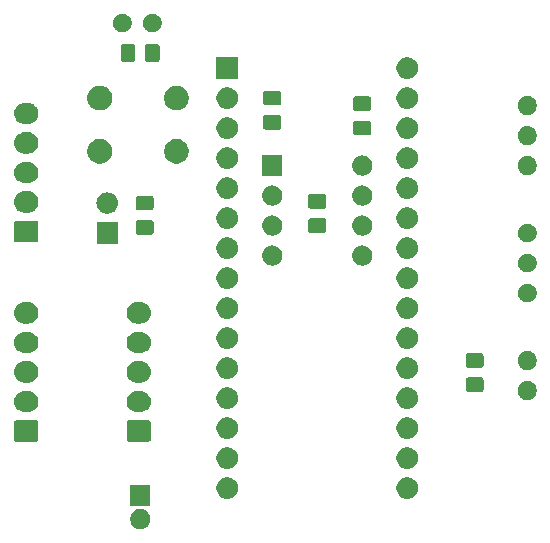
<source format=gbs>
G04 #@! TF.GenerationSoftware,KiCad,Pcbnew,(5.1.2)-2*
G04 #@! TF.CreationDate,2019-12-10T15:16:51+09:00*
G04 #@! TF.ProjectId,cap-sensor,6361702d-7365-46e7-936f-722e6b696361,rev?*
G04 #@! TF.SameCoordinates,Original*
G04 #@! TF.FileFunction,Soldermask,Bot*
G04 #@! TF.FilePolarity,Negative*
%FSLAX46Y46*%
G04 Gerber Fmt 4.6, Leading zero omitted, Abs format (unit mm)*
G04 Created by KiCad (PCBNEW (5.1.2)-2) date 2019-12-10 15:16:51*
%MOMM*%
%LPD*%
G04 APERTURE LIST*
%ADD10C,0.150000*%
G04 APERTURE END LIST*
D10*
G36*
X113532228Y-95161703D02*
G01*
X113687100Y-95225853D01*
X113826481Y-95318985D01*
X113945015Y-95437519D01*
X114038147Y-95576900D01*
X114102297Y-95731772D01*
X114135000Y-95896184D01*
X114135000Y-96063816D01*
X114102297Y-96228228D01*
X114038147Y-96383100D01*
X113945015Y-96522481D01*
X113826481Y-96641015D01*
X113687100Y-96734147D01*
X113532228Y-96798297D01*
X113367816Y-96831000D01*
X113200184Y-96831000D01*
X113035772Y-96798297D01*
X112880900Y-96734147D01*
X112741519Y-96641015D01*
X112622985Y-96522481D01*
X112529853Y-96383100D01*
X112465703Y-96228228D01*
X112433000Y-96063816D01*
X112433000Y-95896184D01*
X112465703Y-95731772D01*
X112529853Y-95576900D01*
X112622985Y-95437519D01*
X112741519Y-95318985D01*
X112880900Y-95225853D01*
X113035772Y-95161703D01*
X113200184Y-95129000D01*
X113367816Y-95129000D01*
X113532228Y-95161703D01*
X113532228Y-95161703D01*
G37*
G36*
X114135000Y-94831000D02*
G01*
X112433000Y-94831000D01*
X112433000Y-93129000D01*
X114135000Y-93129000D01*
X114135000Y-94831000D01*
X114135000Y-94831000D01*
G37*
G36*
X136068215Y-92449053D02*
G01*
X136156458Y-92466605D01*
X136225319Y-92495128D01*
X136322703Y-92535466D01*
X136472322Y-92635438D01*
X136599562Y-92762678D01*
X136699534Y-92912297D01*
X136768395Y-93078543D01*
X136803500Y-93255027D01*
X136803500Y-93434973D01*
X136768395Y-93611457D01*
X136699534Y-93777703D01*
X136599562Y-93927322D01*
X136472322Y-94054562D01*
X136322703Y-94154534D01*
X136225319Y-94194872D01*
X136156458Y-94223395D01*
X136068215Y-94240947D01*
X135979973Y-94258500D01*
X135800027Y-94258500D01*
X135711785Y-94240948D01*
X135623542Y-94223395D01*
X135554681Y-94194872D01*
X135457297Y-94154534D01*
X135307678Y-94054562D01*
X135180438Y-93927322D01*
X135080466Y-93777703D01*
X135011605Y-93611457D01*
X134976500Y-93434973D01*
X134976500Y-93255027D01*
X135011605Y-93078543D01*
X135080466Y-92912297D01*
X135180438Y-92762678D01*
X135307678Y-92635438D01*
X135457297Y-92535466D01*
X135554681Y-92495128D01*
X135623542Y-92466605D01*
X135711785Y-92449052D01*
X135800027Y-92431500D01*
X135979973Y-92431500D01*
X136068215Y-92449053D01*
X136068215Y-92449053D01*
G37*
G36*
X120828215Y-92449053D02*
G01*
X120916458Y-92466605D01*
X120985319Y-92495128D01*
X121082703Y-92535466D01*
X121232322Y-92635438D01*
X121359562Y-92762678D01*
X121459534Y-92912297D01*
X121528395Y-93078543D01*
X121563500Y-93255027D01*
X121563500Y-93434973D01*
X121528395Y-93611457D01*
X121459534Y-93777703D01*
X121359562Y-93927322D01*
X121232322Y-94054562D01*
X121082703Y-94154534D01*
X120985319Y-94194872D01*
X120916458Y-94223395D01*
X120828215Y-94240947D01*
X120739973Y-94258500D01*
X120560027Y-94258500D01*
X120471785Y-94240948D01*
X120383542Y-94223395D01*
X120314681Y-94194872D01*
X120217297Y-94154534D01*
X120067678Y-94054562D01*
X119940438Y-93927322D01*
X119840466Y-93777703D01*
X119771605Y-93611457D01*
X119736500Y-93434973D01*
X119736500Y-93255027D01*
X119771605Y-93078543D01*
X119840466Y-92912297D01*
X119940438Y-92762678D01*
X120067678Y-92635438D01*
X120217297Y-92535466D01*
X120314681Y-92495128D01*
X120383542Y-92466605D01*
X120471785Y-92449052D01*
X120560027Y-92431500D01*
X120739973Y-92431500D01*
X120828215Y-92449053D01*
X120828215Y-92449053D01*
G37*
G36*
X136068215Y-89909052D02*
G01*
X136156458Y-89926605D01*
X136225319Y-89955128D01*
X136322703Y-89995466D01*
X136472322Y-90095438D01*
X136599562Y-90222678D01*
X136699534Y-90372297D01*
X136768395Y-90538543D01*
X136803500Y-90715027D01*
X136803500Y-90894973D01*
X136768395Y-91071457D01*
X136699534Y-91237703D01*
X136599562Y-91387322D01*
X136472322Y-91514562D01*
X136322703Y-91614534D01*
X136225319Y-91654872D01*
X136156458Y-91683395D01*
X136068215Y-91700948D01*
X135979973Y-91718500D01*
X135800027Y-91718500D01*
X135711785Y-91700947D01*
X135623542Y-91683395D01*
X135554681Y-91654872D01*
X135457297Y-91614534D01*
X135307678Y-91514562D01*
X135180438Y-91387322D01*
X135080466Y-91237703D01*
X135011605Y-91071457D01*
X134976500Y-90894973D01*
X134976500Y-90715027D01*
X135011605Y-90538543D01*
X135080466Y-90372297D01*
X135180438Y-90222678D01*
X135307678Y-90095438D01*
X135457297Y-89995466D01*
X135554681Y-89955128D01*
X135623542Y-89926605D01*
X135711785Y-89909052D01*
X135800027Y-89891500D01*
X135979973Y-89891500D01*
X136068215Y-89909052D01*
X136068215Y-89909052D01*
G37*
G36*
X120828215Y-89909052D02*
G01*
X120916458Y-89926605D01*
X120985319Y-89955128D01*
X121082703Y-89995466D01*
X121232322Y-90095438D01*
X121359562Y-90222678D01*
X121459534Y-90372297D01*
X121528395Y-90538543D01*
X121563500Y-90715027D01*
X121563500Y-90894973D01*
X121528395Y-91071457D01*
X121459534Y-91237703D01*
X121359562Y-91387322D01*
X121232322Y-91514562D01*
X121082703Y-91614534D01*
X120985319Y-91654872D01*
X120916458Y-91683395D01*
X120828215Y-91700948D01*
X120739973Y-91718500D01*
X120560027Y-91718500D01*
X120471785Y-91700947D01*
X120383542Y-91683395D01*
X120314681Y-91654872D01*
X120217297Y-91614534D01*
X120067678Y-91514562D01*
X119940438Y-91387322D01*
X119840466Y-91237703D01*
X119771605Y-91071457D01*
X119736500Y-90894973D01*
X119736500Y-90715027D01*
X119771605Y-90538543D01*
X119840466Y-90372297D01*
X119940438Y-90222678D01*
X120067678Y-90095438D01*
X120217297Y-89995466D01*
X120314681Y-89955128D01*
X120383542Y-89926605D01*
X120471785Y-89909052D01*
X120560027Y-89891500D01*
X120739973Y-89891500D01*
X120828215Y-89909052D01*
X120828215Y-89909052D01*
G37*
G36*
X104515600Y-87621989D02*
G01*
X104548652Y-87632015D01*
X104579103Y-87648292D01*
X104605799Y-87670201D01*
X104627708Y-87696897D01*
X104643985Y-87727348D01*
X104654011Y-87760400D01*
X104658000Y-87800903D01*
X104658000Y-89237097D01*
X104654011Y-89277600D01*
X104643985Y-89310652D01*
X104627708Y-89341103D01*
X104605799Y-89367799D01*
X104579103Y-89389708D01*
X104548652Y-89405985D01*
X104515600Y-89416011D01*
X104475097Y-89420000D01*
X102788903Y-89420000D01*
X102748400Y-89416011D01*
X102715348Y-89405985D01*
X102684897Y-89389708D01*
X102658201Y-89367799D01*
X102636292Y-89341103D01*
X102620015Y-89310652D01*
X102609989Y-89277600D01*
X102606000Y-89237097D01*
X102606000Y-87800903D01*
X102609989Y-87760400D01*
X102620015Y-87727348D01*
X102636292Y-87696897D01*
X102658201Y-87670201D01*
X102684897Y-87648292D01*
X102715348Y-87632015D01*
X102748400Y-87621989D01*
X102788903Y-87618000D01*
X104475097Y-87618000D01*
X104515600Y-87621989D01*
X104515600Y-87621989D01*
G37*
G36*
X114040600Y-87621989D02*
G01*
X114073652Y-87632015D01*
X114104103Y-87648292D01*
X114130799Y-87670201D01*
X114152708Y-87696897D01*
X114168985Y-87727348D01*
X114179011Y-87760400D01*
X114183000Y-87800903D01*
X114183000Y-89237097D01*
X114179011Y-89277600D01*
X114168985Y-89310652D01*
X114152708Y-89341103D01*
X114130799Y-89367799D01*
X114104103Y-89389708D01*
X114073652Y-89405985D01*
X114040600Y-89416011D01*
X114000097Y-89420000D01*
X112313903Y-89420000D01*
X112273400Y-89416011D01*
X112240348Y-89405985D01*
X112209897Y-89389708D01*
X112183201Y-89367799D01*
X112161292Y-89341103D01*
X112145015Y-89310652D01*
X112134989Y-89277600D01*
X112131000Y-89237097D01*
X112131000Y-87800903D01*
X112134989Y-87760400D01*
X112145015Y-87727348D01*
X112161292Y-87696897D01*
X112183201Y-87670201D01*
X112209897Y-87648292D01*
X112240348Y-87632015D01*
X112273400Y-87621989D01*
X112313903Y-87618000D01*
X114000097Y-87618000D01*
X114040600Y-87621989D01*
X114040600Y-87621989D01*
G37*
G36*
X136068215Y-87369052D02*
G01*
X136156458Y-87386605D01*
X136225319Y-87415128D01*
X136322703Y-87455466D01*
X136472322Y-87555438D01*
X136599562Y-87682678D01*
X136699534Y-87832297D01*
X136768395Y-87998543D01*
X136803500Y-88175027D01*
X136803500Y-88354973D01*
X136768395Y-88531457D01*
X136699534Y-88697703D01*
X136599562Y-88847322D01*
X136472322Y-88974562D01*
X136322703Y-89074534D01*
X136225319Y-89114872D01*
X136156458Y-89143395D01*
X136098115Y-89155000D01*
X135979973Y-89178500D01*
X135800027Y-89178500D01*
X135681885Y-89155000D01*
X135623542Y-89143395D01*
X135554681Y-89114872D01*
X135457297Y-89074534D01*
X135307678Y-88974562D01*
X135180438Y-88847322D01*
X135080466Y-88697703D01*
X135011605Y-88531457D01*
X134976500Y-88354973D01*
X134976500Y-88175027D01*
X135011605Y-87998543D01*
X135080466Y-87832297D01*
X135180438Y-87682678D01*
X135307678Y-87555438D01*
X135457297Y-87455466D01*
X135554681Y-87415128D01*
X135623542Y-87386605D01*
X135711785Y-87369052D01*
X135800027Y-87351500D01*
X135979973Y-87351500D01*
X136068215Y-87369052D01*
X136068215Y-87369052D01*
G37*
G36*
X120828215Y-87369052D02*
G01*
X120916458Y-87386605D01*
X120985319Y-87415128D01*
X121082703Y-87455466D01*
X121232322Y-87555438D01*
X121359562Y-87682678D01*
X121459534Y-87832297D01*
X121528395Y-87998543D01*
X121563500Y-88175027D01*
X121563500Y-88354973D01*
X121528395Y-88531457D01*
X121459534Y-88697703D01*
X121359562Y-88847322D01*
X121232322Y-88974562D01*
X121082703Y-89074534D01*
X120985319Y-89114872D01*
X120916458Y-89143395D01*
X120858115Y-89155000D01*
X120739973Y-89178500D01*
X120560027Y-89178500D01*
X120441885Y-89155000D01*
X120383542Y-89143395D01*
X120314681Y-89114872D01*
X120217297Y-89074534D01*
X120067678Y-88974562D01*
X119940438Y-88847322D01*
X119840466Y-88697703D01*
X119771605Y-88531457D01*
X119736500Y-88354973D01*
X119736500Y-88175027D01*
X119771605Y-87998543D01*
X119840466Y-87832297D01*
X119940438Y-87682678D01*
X120067678Y-87555438D01*
X120217297Y-87455466D01*
X120314681Y-87415128D01*
X120383542Y-87386605D01*
X120471785Y-87369052D01*
X120560027Y-87351500D01*
X120739973Y-87351500D01*
X120828215Y-87369052D01*
X120828215Y-87369052D01*
G37*
G36*
X103867443Y-85124519D02*
G01*
X103933627Y-85131037D01*
X104103466Y-85182557D01*
X104259991Y-85266222D01*
X104291762Y-85292296D01*
X104397186Y-85378814D01*
X104462616Y-85458542D01*
X104509778Y-85516009D01*
X104509779Y-85516011D01*
X104573396Y-85635028D01*
X104593443Y-85672534D01*
X104644963Y-85842373D01*
X104662359Y-86019000D01*
X104644963Y-86195627D01*
X104593443Y-86365466D01*
X104509778Y-86521991D01*
X104499485Y-86534533D01*
X104397186Y-86659186D01*
X104295729Y-86742448D01*
X104259991Y-86771778D01*
X104103466Y-86855443D01*
X103933627Y-86906963D01*
X103867443Y-86913481D01*
X103801260Y-86920000D01*
X103462740Y-86920000D01*
X103396557Y-86913481D01*
X103330373Y-86906963D01*
X103160534Y-86855443D01*
X103004009Y-86771778D01*
X102968271Y-86742448D01*
X102866814Y-86659186D01*
X102764515Y-86534533D01*
X102754222Y-86521991D01*
X102670557Y-86365466D01*
X102619037Y-86195627D01*
X102601641Y-86019000D01*
X102619037Y-85842373D01*
X102670557Y-85672534D01*
X102690605Y-85635028D01*
X102754221Y-85516011D01*
X102754222Y-85516009D01*
X102801384Y-85458542D01*
X102866814Y-85378814D01*
X102972238Y-85292296D01*
X103004009Y-85266222D01*
X103160534Y-85182557D01*
X103330373Y-85131037D01*
X103396557Y-85124519D01*
X103462740Y-85118000D01*
X103801260Y-85118000D01*
X103867443Y-85124519D01*
X103867443Y-85124519D01*
G37*
G36*
X113392443Y-85124519D02*
G01*
X113458627Y-85131037D01*
X113628466Y-85182557D01*
X113784991Y-85266222D01*
X113816762Y-85292296D01*
X113922186Y-85378814D01*
X113987616Y-85458542D01*
X114034778Y-85516009D01*
X114034779Y-85516011D01*
X114098396Y-85635028D01*
X114118443Y-85672534D01*
X114169963Y-85842373D01*
X114187359Y-86019000D01*
X114169963Y-86195627D01*
X114118443Y-86365466D01*
X114034778Y-86521991D01*
X114024485Y-86534533D01*
X113922186Y-86659186D01*
X113820729Y-86742448D01*
X113784991Y-86771778D01*
X113628466Y-86855443D01*
X113458627Y-86906963D01*
X113392443Y-86913481D01*
X113326260Y-86920000D01*
X112987740Y-86920000D01*
X112921557Y-86913481D01*
X112855373Y-86906963D01*
X112685534Y-86855443D01*
X112529009Y-86771778D01*
X112493271Y-86742448D01*
X112391814Y-86659186D01*
X112289515Y-86534533D01*
X112279222Y-86521991D01*
X112195557Y-86365466D01*
X112144037Y-86195627D01*
X112126641Y-86019000D01*
X112144037Y-85842373D01*
X112195557Y-85672534D01*
X112215605Y-85635028D01*
X112279221Y-85516011D01*
X112279222Y-85516009D01*
X112326384Y-85458542D01*
X112391814Y-85378814D01*
X112497238Y-85292296D01*
X112529009Y-85266222D01*
X112685534Y-85182557D01*
X112855373Y-85131037D01*
X112921557Y-85124519D01*
X112987740Y-85118000D01*
X113326260Y-85118000D01*
X113392443Y-85124519D01*
X113392443Y-85124519D01*
G37*
G36*
X120828215Y-84829052D02*
G01*
X120916458Y-84846605D01*
X120985319Y-84875128D01*
X121082703Y-84915466D01*
X121232322Y-85015438D01*
X121359562Y-85142678D01*
X121459534Y-85292297D01*
X121495370Y-85378814D01*
X121528395Y-85458542D01*
X121530558Y-85469416D01*
X121556654Y-85600608D01*
X121563500Y-85635028D01*
X121563500Y-85814972D01*
X121528395Y-85991458D01*
X121499872Y-86060319D01*
X121459534Y-86157703D01*
X121359562Y-86307322D01*
X121232322Y-86434562D01*
X121082703Y-86534534D01*
X120985319Y-86574872D01*
X120916458Y-86603395D01*
X120828215Y-86620947D01*
X120739973Y-86638500D01*
X120560027Y-86638500D01*
X120471785Y-86620948D01*
X120383542Y-86603395D01*
X120314681Y-86574872D01*
X120217297Y-86534534D01*
X120067678Y-86434562D01*
X119940438Y-86307322D01*
X119840466Y-86157703D01*
X119800128Y-86060319D01*
X119771605Y-85991458D01*
X119736500Y-85814972D01*
X119736500Y-85635028D01*
X119743347Y-85600608D01*
X119769442Y-85469416D01*
X119771605Y-85458542D01*
X119804630Y-85378814D01*
X119840466Y-85292297D01*
X119940438Y-85142678D01*
X120067678Y-85015438D01*
X120217297Y-84915466D01*
X120314681Y-84875128D01*
X120383542Y-84846605D01*
X120471785Y-84829052D01*
X120560027Y-84811500D01*
X120739973Y-84811500D01*
X120828215Y-84829052D01*
X120828215Y-84829052D01*
G37*
G36*
X136068215Y-84829052D02*
G01*
X136156458Y-84846605D01*
X136225319Y-84875128D01*
X136322703Y-84915466D01*
X136472322Y-85015438D01*
X136599562Y-85142678D01*
X136699534Y-85292297D01*
X136735370Y-85378814D01*
X136768395Y-85458542D01*
X136770558Y-85469416D01*
X136796654Y-85600608D01*
X136803500Y-85635028D01*
X136803500Y-85814972D01*
X136768395Y-85991458D01*
X136739872Y-86060319D01*
X136699534Y-86157703D01*
X136599562Y-86307322D01*
X136472322Y-86434562D01*
X136322703Y-86534534D01*
X136225319Y-86574872D01*
X136156458Y-86603395D01*
X136068215Y-86620947D01*
X135979973Y-86638500D01*
X135800027Y-86638500D01*
X135711785Y-86620948D01*
X135623542Y-86603395D01*
X135554681Y-86574872D01*
X135457297Y-86534534D01*
X135307678Y-86434562D01*
X135180438Y-86307322D01*
X135080466Y-86157703D01*
X135040128Y-86060319D01*
X135011605Y-85991458D01*
X134976500Y-85814972D01*
X134976500Y-85635028D01*
X134983347Y-85600608D01*
X135009442Y-85469416D01*
X135011605Y-85458542D01*
X135044630Y-85378814D01*
X135080466Y-85292297D01*
X135180438Y-85142678D01*
X135307678Y-85015438D01*
X135457297Y-84915466D01*
X135554681Y-84875128D01*
X135623542Y-84846605D01*
X135711785Y-84829052D01*
X135800027Y-84811500D01*
X135979973Y-84811500D01*
X136068215Y-84829052D01*
X136068215Y-84829052D01*
G37*
G36*
X146283642Y-84319781D02*
G01*
X146429414Y-84380162D01*
X146429416Y-84380163D01*
X146560608Y-84467822D01*
X146672178Y-84579392D01*
X146759837Y-84710584D01*
X146759838Y-84710586D01*
X146820219Y-84856358D01*
X146851000Y-85011107D01*
X146851000Y-85168893D01*
X146820219Y-85323642D01*
X146797365Y-85378815D01*
X146759837Y-85469416D01*
X146672178Y-85600608D01*
X146560608Y-85712178D01*
X146429416Y-85799837D01*
X146429415Y-85799838D01*
X146429414Y-85799838D01*
X146283642Y-85860219D01*
X146128893Y-85891000D01*
X145971107Y-85891000D01*
X145816358Y-85860219D01*
X145670586Y-85799838D01*
X145670585Y-85799838D01*
X145670584Y-85799837D01*
X145539392Y-85712178D01*
X145427822Y-85600608D01*
X145340163Y-85469416D01*
X145302635Y-85378815D01*
X145279781Y-85323642D01*
X145249000Y-85168893D01*
X145249000Y-85011107D01*
X145279781Y-84856358D01*
X145340162Y-84710586D01*
X145340163Y-84710584D01*
X145427822Y-84579392D01*
X145539392Y-84467822D01*
X145670584Y-84380163D01*
X145670586Y-84380162D01*
X145816358Y-84319781D01*
X145971107Y-84289000D01*
X146128893Y-84289000D01*
X146283642Y-84319781D01*
X146283642Y-84319781D01*
G37*
G36*
X142193674Y-83978465D02*
G01*
X142231367Y-83989899D01*
X142266103Y-84008466D01*
X142296548Y-84033452D01*
X142321534Y-84063897D01*
X142340101Y-84098633D01*
X142351535Y-84136326D01*
X142356000Y-84181661D01*
X142356000Y-85018339D01*
X142351535Y-85063674D01*
X142340101Y-85101367D01*
X142321534Y-85136103D01*
X142296548Y-85166548D01*
X142266103Y-85191534D01*
X142231367Y-85210101D01*
X142193674Y-85221535D01*
X142148339Y-85226000D01*
X141061661Y-85226000D01*
X141016326Y-85221535D01*
X140978633Y-85210101D01*
X140943897Y-85191534D01*
X140913452Y-85166548D01*
X140888466Y-85136103D01*
X140869899Y-85101367D01*
X140858465Y-85063674D01*
X140854000Y-85018339D01*
X140854000Y-84181661D01*
X140858465Y-84136326D01*
X140869899Y-84098633D01*
X140888466Y-84063897D01*
X140913452Y-84033452D01*
X140943897Y-84008466D01*
X140978633Y-83989899D01*
X141016326Y-83978465D01*
X141061661Y-83974000D01*
X142148339Y-83974000D01*
X142193674Y-83978465D01*
X142193674Y-83978465D01*
G37*
G36*
X103867442Y-82624518D02*
G01*
X103933627Y-82631037D01*
X104103466Y-82682557D01*
X104259991Y-82766222D01*
X104281217Y-82783642D01*
X104397186Y-82878814D01*
X104461289Y-82956925D01*
X104509778Y-83016009D01*
X104593443Y-83172534D01*
X104644963Y-83342373D01*
X104662359Y-83519000D01*
X104644963Y-83695627D01*
X104593443Y-83865466D01*
X104509778Y-84021991D01*
X104500372Y-84033452D01*
X104397186Y-84159186D01*
X104295729Y-84242448D01*
X104259991Y-84271778D01*
X104103466Y-84355443D01*
X103933627Y-84406963D01*
X103867443Y-84413481D01*
X103801260Y-84420000D01*
X103462740Y-84420000D01*
X103396557Y-84413481D01*
X103330373Y-84406963D01*
X103160534Y-84355443D01*
X103004009Y-84271778D01*
X102968271Y-84242448D01*
X102866814Y-84159186D01*
X102763628Y-84033452D01*
X102754222Y-84021991D01*
X102670557Y-83865466D01*
X102619037Y-83695627D01*
X102601641Y-83519000D01*
X102619037Y-83342373D01*
X102670557Y-83172534D01*
X102754222Y-83016009D01*
X102802711Y-82956925D01*
X102866814Y-82878814D01*
X102982783Y-82783642D01*
X103004009Y-82766222D01*
X103160534Y-82682557D01*
X103330373Y-82631037D01*
X103396558Y-82624518D01*
X103462740Y-82618000D01*
X103801260Y-82618000D01*
X103867442Y-82624518D01*
X103867442Y-82624518D01*
G37*
G36*
X113392442Y-82624518D02*
G01*
X113458627Y-82631037D01*
X113628466Y-82682557D01*
X113784991Y-82766222D01*
X113806217Y-82783642D01*
X113922186Y-82878814D01*
X113986289Y-82956925D01*
X114034778Y-83016009D01*
X114118443Y-83172534D01*
X114169963Y-83342373D01*
X114187359Y-83519000D01*
X114169963Y-83695627D01*
X114118443Y-83865466D01*
X114034778Y-84021991D01*
X114025372Y-84033452D01*
X113922186Y-84159186D01*
X113820729Y-84242448D01*
X113784991Y-84271778D01*
X113628466Y-84355443D01*
X113458627Y-84406963D01*
X113392443Y-84413481D01*
X113326260Y-84420000D01*
X112987740Y-84420000D01*
X112921557Y-84413481D01*
X112855373Y-84406963D01*
X112685534Y-84355443D01*
X112529009Y-84271778D01*
X112493271Y-84242448D01*
X112391814Y-84159186D01*
X112288628Y-84033452D01*
X112279222Y-84021991D01*
X112195557Y-83865466D01*
X112144037Y-83695627D01*
X112126641Y-83519000D01*
X112144037Y-83342373D01*
X112195557Y-83172534D01*
X112279222Y-83016009D01*
X112327711Y-82956925D01*
X112391814Y-82878814D01*
X112507783Y-82783642D01*
X112529009Y-82766222D01*
X112685534Y-82682557D01*
X112855373Y-82631037D01*
X112921558Y-82624518D01*
X112987740Y-82618000D01*
X113326260Y-82618000D01*
X113392442Y-82624518D01*
X113392442Y-82624518D01*
G37*
G36*
X136068215Y-82289053D02*
G01*
X136156458Y-82306605D01*
X136225319Y-82335128D01*
X136322703Y-82375466D01*
X136472322Y-82475438D01*
X136599562Y-82602678D01*
X136699534Y-82752297D01*
X136739872Y-82849681D01*
X136768395Y-82918542D01*
X136770558Y-82929416D01*
X136803500Y-83095027D01*
X136803500Y-83274973D01*
X136768395Y-83451457D01*
X136699534Y-83617703D01*
X136599562Y-83767322D01*
X136472322Y-83894562D01*
X136322703Y-83994534D01*
X136228746Y-84033452D01*
X136156458Y-84063395D01*
X136068215Y-84080947D01*
X135979973Y-84098500D01*
X135800027Y-84098500D01*
X135711785Y-84080947D01*
X135623542Y-84063395D01*
X135551254Y-84033452D01*
X135457297Y-83994534D01*
X135307678Y-83894562D01*
X135180438Y-83767322D01*
X135080466Y-83617703D01*
X135011605Y-83451457D01*
X134976500Y-83274973D01*
X134976500Y-83095027D01*
X135009442Y-82929416D01*
X135011605Y-82918542D01*
X135040128Y-82849681D01*
X135080466Y-82752297D01*
X135180438Y-82602678D01*
X135307678Y-82475438D01*
X135457297Y-82375466D01*
X135554681Y-82335128D01*
X135623542Y-82306605D01*
X135711785Y-82289053D01*
X135800027Y-82271500D01*
X135979973Y-82271500D01*
X136068215Y-82289053D01*
X136068215Y-82289053D01*
G37*
G36*
X120828215Y-82289053D02*
G01*
X120916458Y-82306605D01*
X120985319Y-82335128D01*
X121082703Y-82375466D01*
X121232322Y-82475438D01*
X121359562Y-82602678D01*
X121459534Y-82752297D01*
X121499872Y-82849681D01*
X121528395Y-82918542D01*
X121530558Y-82929416D01*
X121563500Y-83095027D01*
X121563500Y-83274973D01*
X121528395Y-83451457D01*
X121459534Y-83617703D01*
X121359562Y-83767322D01*
X121232322Y-83894562D01*
X121082703Y-83994534D01*
X120988746Y-84033452D01*
X120916458Y-84063395D01*
X120828215Y-84080947D01*
X120739973Y-84098500D01*
X120560027Y-84098500D01*
X120471785Y-84080947D01*
X120383542Y-84063395D01*
X120311254Y-84033452D01*
X120217297Y-83994534D01*
X120067678Y-83894562D01*
X119940438Y-83767322D01*
X119840466Y-83617703D01*
X119771605Y-83451457D01*
X119736500Y-83274973D01*
X119736500Y-83095027D01*
X119769442Y-82929416D01*
X119771605Y-82918542D01*
X119800128Y-82849681D01*
X119840466Y-82752297D01*
X119940438Y-82602678D01*
X120067678Y-82475438D01*
X120217297Y-82375466D01*
X120314681Y-82335128D01*
X120383542Y-82306605D01*
X120471785Y-82289053D01*
X120560027Y-82271500D01*
X120739973Y-82271500D01*
X120828215Y-82289053D01*
X120828215Y-82289053D01*
G37*
G36*
X146283642Y-81779781D02*
G01*
X146429414Y-81840162D01*
X146429416Y-81840163D01*
X146560608Y-81927822D01*
X146672178Y-82039392D01*
X146741456Y-82143075D01*
X146759838Y-82170586D01*
X146820219Y-82316358D01*
X146851000Y-82471107D01*
X146851000Y-82628893D01*
X146820219Y-82783642D01*
X146764341Y-82918542D01*
X146759837Y-82929416D01*
X146672178Y-83060608D01*
X146560608Y-83172178D01*
X146429416Y-83259837D01*
X146429415Y-83259838D01*
X146429414Y-83259838D01*
X146283642Y-83320219D01*
X146128893Y-83351000D01*
X145971107Y-83351000D01*
X145816358Y-83320219D01*
X145670586Y-83259838D01*
X145670585Y-83259838D01*
X145670584Y-83259837D01*
X145539392Y-83172178D01*
X145427822Y-83060608D01*
X145340163Y-82929416D01*
X145335659Y-82918542D01*
X145279781Y-82783642D01*
X145249000Y-82628893D01*
X145249000Y-82471107D01*
X145279781Y-82316358D01*
X145340162Y-82170586D01*
X145358544Y-82143075D01*
X145427822Y-82039392D01*
X145539392Y-81927822D01*
X145670584Y-81840163D01*
X145670586Y-81840162D01*
X145816358Y-81779781D01*
X145971107Y-81749000D01*
X146128893Y-81749000D01*
X146283642Y-81779781D01*
X146283642Y-81779781D01*
G37*
G36*
X142193674Y-81928465D02*
G01*
X142231367Y-81939899D01*
X142266103Y-81958466D01*
X142296548Y-81983452D01*
X142321534Y-82013897D01*
X142340101Y-82048633D01*
X142351535Y-82086326D01*
X142356000Y-82131661D01*
X142356000Y-82968339D01*
X142351535Y-83013674D01*
X142340101Y-83051367D01*
X142321534Y-83086103D01*
X142296548Y-83116548D01*
X142266103Y-83141534D01*
X142231367Y-83160101D01*
X142193674Y-83171535D01*
X142148339Y-83176000D01*
X141061661Y-83176000D01*
X141016326Y-83171535D01*
X140978633Y-83160101D01*
X140943897Y-83141534D01*
X140913452Y-83116548D01*
X140888466Y-83086103D01*
X140869899Y-83051367D01*
X140858465Y-83013674D01*
X140854000Y-82968339D01*
X140854000Y-82131661D01*
X140858465Y-82086326D01*
X140869899Y-82048633D01*
X140888466Y-82013897D01*
X140913452Y-81983452D01*
X140943897Y-81958466D01*
X140978633Y-81939899D01*
X141016326Y-81928465D01*
X141061661Y-81924000D01*
X142148339Y-81924000D01*
X142193674Y-81928465D01*
X142193674Y-81928465D01*
G37*
G36*
X103867442Y-80124518D02*
G01*
X103933627Y-80131037D01*
X104103466Y-80182557D01*
X104259991Y-80266222D01*
X104295729Y-80295552D01*
X104397186Y-80378814D01*
X104480448Y-80480271D01*
X104509778Y-80516009D01*
X104593443Y-80672534D01*
X104644963Y-80842373D01*
X104662359Y-81019000D01*
X104644963Y-81195627D01*
X104593443Y-81365466D01*
X104509778Y-81521991D01*
X104480448Y-81557729D01*
X104397186Y-81659186D01*
X104295729Y-81742448D01*
X104259991Y-81771778D01*
X104103466Y-81855443D01*
X103933627Y-81906963D01*
X103867443Y-81913481D01*
X103801260Y-81920000D01*
X103462740Y-81920000D01*
X103396557Y-81913481D01*
X103330373Y-81906963D01*
X103160534Y-81855443D01*
X103004009Y-81771778D01*
X102968271Y-81742448D01*
X102866814Y-81659186D01*
X102783552Y-81557729D01*
X102754222Y-81521991D01*
X102670557Y-81365466D01*
X102619037Y-81195627D01*
X102601641Y-81019000D01*
X102619037Y-80842373D01*
X102670557Y-80672534D01*
X102754222Y-80516009D01*
X102783552Y-80480271D01*
X102866814Y-80378814D01*
X102968271Y-80295552D01*
X103004009Y-80266222D01*
X103160534Y-80182557D01*
X103330373Y-80131037D01*
X103396558Y-80124518D01*
X103462740Y-80118000D01*
X103801260Y-80118000D01*
X103867442Y-80124518D01*
X103867442Y-80124518D01*
G37*
G36*
X113392442Y-80124518D02*
G01*
X113458627Y-80131037D01*
X113628466Y-80182557D01*
X113784991Y-80266222D01*
X113820729Y-80295552D01*
X113922186Y-80378814D01*
X114005448Y-80480271D01*
X114034778Y-80516009D01*
X114118443Y-80672534D01*
X114169963Y-80842373D01*
X114187359Y-81019000D01*
X114169963Y-81195627D01*
X114118443Y-81365466D01*
X114034778Y-81521991D01*
X114005448Y-81557729D01*
X113922186Y-81659186D01*
X113820729Y-81742448D01*
X113784991Y-81771778D01*
X113628466Y-81855443D01*
X113458627Y-81906963D01*
X113392443Y-81913481D01*
X113326260Y-81920000D01*
X112987740Y-81920000D01*
X112921557Y-81913481D01*
X112855373Y-81906963D01*
X112685534Y-81855443D01*
X112529009Y-81771778D01*
X112493271Y-81742448D01*
X112391814Y-81659186D01*
X112308552Y-81557729D01*
X112279222Y-81521991D01*
X112195557Y-81365466D01*
X112144037Y-81195627D01*
X112126641Y-81019000D01*
X112144037Y-80842373D01*
X112195557Y-80672534D01*
X112279222Y-80516009D01*
X112308552Y-80480271D01*
X112391814Y-80378814D01*
X112493271Y-80295552D01*
X112529009Y-80266222D01*
X112685534Y-80182557D01*
X112855373Y-80131037D01*
X112921558Y-80124518D01*
X112987740Y-80118000D01*
X113326260Y-80118000D01*
X113392442Y-80124518D01*
X113392442Y-80124518D01*
G37*
G36*
X136068215Y-79749052D02*
G01*
X136156458Y-79766605D01*
X136225319Y-79795128D01*
X136322703Y-79835466D01*
X136472322Y-79935438D01*
X136599562Y-80062678D01*
X136699534Y-80212297D01*
X136768395Y-80378543D01*
X136803500Y-80555027D01*
X136803500Y-80734973D01*
X136768395Y-80911457D01*
X136699534Y-81077703D01*
X136599562Y-81227322D01*
X136472322Y-81354562D01*
X136322703Y-81454534D01*
X136225319Y-81494872D01*
X136156458Y-81523395D01*
X136068215Y-81540947D01*
X135979973Y-81558500D01*
X135800027Y-81558500D01*
X135711785Y-81540948D01*
X135623542Y-81523395D01*
X135554681Y-81494872D01*
X135457297Y-81454534D01*
X135307678Y-81354562D01*
X135180438Y-81227322D01*
X135080466Y-81077703D01*
X135011605Y-80911457D01*
X134976500Y-80734973D01*
X134976500Y-80555027D01*
X135011605Y-80378543D01*
X135080466Y-80212297D01*
X135180438Y-80062678D01*
X135307678Y-79935438D01*
X135457297Y-79835466D01*
X135554681Y-79795128D01*
X135623542Y-79766605D01*
X135711785Y-79749052D01*
X135800027Y-79731500D01*
X135979973Y-79731500D01*
X136068215Y-79749052D01*
X136068215Y-79749052D01*
G37*
G36*
X120828215Y-79749052D02*
G01*
X120916458Y-79766605D01*
X120985319Y-79795128D01*
X121082703Y-79835466D01*
X121232322Y-79935438D01*
X121359562Y-80062678D01*
X121459534Y-80212297D01*
X121528395Y-80378543D01*
X121563500Y-80555027D01*
X121563500Y-80734973D01*
X121528395Y-80911457D01*
X121459534Y-81077703D01*
X121359562Y-81227322D01*
X121232322Y-81354562D01*
X121082703Y-81454534D01*
X120985319Y-81494872D01*
X120916458Y-81523395D01*
X120828215Y-81540948D01*
X120739973Y-81558500D01*
X120560027Y-81558500D01*
X120471785Y-81540948D01*
X120383542Y-81523395D01*
X120314681Y-81494872D01*
X120217297Y-81454534D01*
X120067678Y-81354562D01*
X119940438Y-81227322D01*
X119840466Y-81077703D01*
X119771605Y-80911457D01*
X119736500Y-80734973D01*
X119736500Y-80555027D01*
X119771605Y-80378543D01*
X119840466Y-80212297D01*
X119940438Y-80062678D01*
X120067678Y-79935438D01*
X120217297Y-79835466D01*
X120314681Y-79795128D01*
X120383542Y-79766605D01*
X120471785Y-79749052D01*
X120560027Y-79731500D01*
X120739973Y-79731500D01*
X120828215Y-79749052D01*
X120828215Y-79749052D01*
G37*
G36*
X113392442Y-77624518D02*
G01*
X113458627Y-77631037D01*
X113628466Y-77682557D01*
X113784991Y-77766222D01*
X113820729Y-77795552D01*
X113922186Y-77878814D01*
X114005448Y-77980271D01*
X114034778Y-78016009D01*
X114118443Y-78172534D01*
X114169963Y-78342373D01*
X114187359Y-78519000D01*
X114169963Y-78695627D01*
X114118443Y-78865466D01*
X114034778Y-79021991D01*
X114005448Y-79057729D01*
X113922186Y-79159186D01*
X113820729Y-79242448D01*
X113784991Y-79271778D01*
X113628466Y-79355443D01*
X113458627Y-79406963D01*
X113392443Y-79413481D01*
X113326260Y-79420000D01*
X112987740Y-79420000D01*
X112921557Y-79413481D01*
X112855373Y-79406963D01*
X112685534Y-79355443D01*
X112529009Y-79271778D01*
X112493271Y-79242448D01*
X112391814Y-79159186D01*
X112308552Y-79057729D01*
X112279222Y-79021991D01*
X112195557Y-78865466D01*
X112144037Y-78695627D01*
X112126641Y-78519000D01*
X112144037Y-78342373D01*
X112195557Y-78172534D01*
X112279222Y-78016009D01*
X112308552Y-77980271D01*
X112391814Y-77878814D01*
X112493271Y-77795552D01*
X112529009Y-77766222D01*
X112685534Y-77682557D01*
X112855373Y-77631037D01*
X112921558Y-77624518D01*
X112987740Y-77618000D01*
X113326260Y-77618000D01*
X113392442Y-77624518D01*
X113392442Y-77624518D01*
G37*
G36*
X103867442Y-77624518D02*
G01*
X103933627Y-77631037D01*
X104103466Y-77682557D01*
X104259991Y-77766222D01*
X104295729Y-77795552D01*
X104397186Y-77878814D01*
X104480448Y-77980271D01*
X104509778Y-78016009D01*
X104593443Y-78172534D01*
X104644963Y-78342373D01*
X104662359Y-78519000D01*
X104644963Y-78695627D01*
X104593443Y-78865466D01*
X104509778Y-79021991D01*
X104480448Y-79057729D01*
X104397186Y-79159186D01*
X104295729Y-79242448D01*
X104259991Y-79271778D01*
X104103466Y-79355443D01*
X103933627Y-79406963D01*
X103867443Y-79413481D01*
X103801260Y-79420000D01*
X103462740Y-79420000D01*
X103396557Y-79413481D01*
X103330373Y-79406963D01*
X103160534Y-79355443D01*
X103004009Y-79271778D01*
X102968271Y-79242448D01*
X102866814Y-79159186D01*
X102783552Y-79057729D01*
X102754222Y-79021991D01*
X102670557Y-78865466D01*
X102619037Y-78695627D01*
X102601641Y-78519000D01*
X102619037Y-78342373D01*
X102670557Y-78172534D01*
X102754222Y-78016009D01*
X102783552Y-77980271D01*
X102866814Y-77878814D01*
X102968271Y-77795552D01*
X103004009Y-77766222D01*
X103160534Y-77682557D01*
X103330373Y-77631037D01*
X103396558Y-77624518D01*
X103462740Y-77618000D01*
X103801260Y-77618000D01*
X103867442Y-77624518D01*
X103867442Y-77624518D01*
G37*
G36*
X136068215Y-77209052D02*
G01*
X136156458Y-77226605D01*
X136225319Y-77255128D01*
X136322703Y-77295466D01*
X136472322Y-77395438D01*
X136599562Y-77522678D01*
X136699534Y-77672297D01*
X136703784Y-77682558D01*
X136768395Y-77838542D01*
X136776406Y-77878815D01*
X136803500Y-78015027D01*
X136803500Y-78194973D01*
X136768395Y-78371457D01*
X136699534Y-78537703D01*
X136599562Y-78687322D01*
X136472322Y-78814562D01*
X136322703Y-78914534D01*
X136225319Y-78954872D01*
X136156458Y-78983395D01*
X136068215Y-79000947D01*
X135979973Y-79018500D01*
X135800027Y-79018500D01*
X135711785Y-79000947D01*
X135623542Y-78983395D01*
X135554681Y-78954872D01*
X135457297Y-78914534D01*
X135307678Y-78814562D01*
X135180438Y-78687322D01*
X135080466Y-78537703D01*
X135011605Y-78371457D01*
X134976500Y-78194973D01*
X134976500Y-78015027D01*
X135003594Y-77878815D01*
X135011605Y-77838542D01*
X135076216Y-77682558D01*
X135080466Y-77672297D01*
X135180438Y-77522678D01*
X135307678Y-77395438D01*
X135457297Y-77295466D01*
X135554681Y-77255128D01*
X135623542Y-77226605D01*
X135711785Y-77209052D01*
X135800027Y-77191500D01*
X135979973Y-77191500D01*
X136068215Y-77209052D01*
X136068215Y-77209052D01*
G37*
G36*
X120828215Y-77209052D02*
G01*
X120916458Y-77226605D01*
X120985319Y-77255128D01*
X121082703Y-77295466D01*
X121232322Y-77395438D01*
X121359562Y-77522678D01*
X121459534Y-77672297D01*
X121463784Y-77682558D01*
X121528395Y-77838542D01*
X121536406Y-77878815D01*
X121563500Y-78015027D01*
X121563500Y-78194973D01*
X121528395Y-78371457D01*
X121459534Y-78537703D01*
X121359562Y-78687322D01*
X121232322Y-78814562D01*
X121082703Y-78914534D01*
X120985319Y-78954872D01*
X120916458Y-78983395D01*
X120828215Y-79000947D01*
X120739973Y-79018500D01*
X120560027Y-79018500D01*
X120471785Y-79000947D01*
X120383542Y-78983395D01*
X120314681Y-78954872D01*
X120217297Y-78914534D01*
X120067678Y-78814562D01*
X119940438Y-78687322D01*
X119840466Y-78537703D01*
X119771605Y-78371457D01*
X119736500Y-78194973D01*
X119736500Y-78015027D01*
X119763594Y-77878815D01*
X119771605Y-77838542D01*
X119836216Y-77682558D01*
X119840466Y-77672297D01*
X119940438Y-77522678D01*
X120067678Y-77395438D01*
X120217297Y-77295466D01*
X120314681Y-77255128D01*
X120383542Y-77226605D01*
X120471785Y-77209052D01*
X120560027Y-77191500D01*
X120739973Y-77191500D01*
X120828215Y-77209052D01*
X120828215Y-77209052D01*
G37*
G36*
X146283642Y-76064781D02*
G01*
X146429414Y-76125162D01*
X146429416Y-76125163D01*
X146560608Y-76212822D01*
X146672178Y-76324392D01*
X146759837Y-76455584D01*
X146759838Y-76455586D01*
X146820219Y-76601358D01*
X146851000Y-76756107D01*
X146851000Y-76913893D01*
X146820219Y-77068642D01*
X146769329Y-77191500D01*
X146759837Y-77214416D01*
X146672178Y-77345608D01*
X146560608Y-77457178D01*
X146429416Y-77544837D01*
X146429415Y-77544838D01*
X146429414Y-77544838D01*
X146283642Y-77605219D01*
X146128893Y-77636000D01*
X145971107Y-77636000D01*
X145816358Y-77605219D01*
X145670586Y-77544838D01*
X145670585Y-77544838D01*
X145670584Y-77544837D01*
X145539392Y-77457178D01*
X145427822Y-77345608D01*
X145340163Y-77214416D01*
X145330671Y-77191500D01*
X145279781Y-77068642D01*
X145249000Y-76913893D01*
X145249000Y-76756107D01*
X145279781Y-76601358D01*
X145340162Y-76455586D01*
X145340163Y-76455584D01*
X145427822Y-76324392D01*
X145539392Y-76212822D01*
X145670584Y-76125163D01*
X145670586Y-76125162D01*
X145816358Y-76064781D01*
X145971107Y-76034000D01*
X146128893Y-76034000D01*
X146283642Y-76064781D01*
X146283642Y-76064781D01*
G37*
G36*
X120828215Y-74669053D02*
G01*
X120916458Y-74686605D01*
X120985319Y-74715128D01*
X121082703Y-74755466D01*
X121232322Y-74855438D01*
X121359562Y-74982678D01*
X121459534Y-75132297D01*
X121528395Y-75298543D01*
X121563500Y-75475027D01*
X121563500Y-75654973D01*
X121528395Y-75831457D01*
X121459534Y-75997703D01*
X121359562Y-76147322D01*
X121232322Y-76274562D01*
X121082703Y-76374534D01*
X120985319Y-76414872D01*
X120916458Y-76443395D01*
X120855179Y-76455584D01*
X120739973Y-76478500D01*
X120560027Y-76478500D01*
X120444821Y-76455584D01*
X120383542Y-76443395D01*
X120314681Y-76414872D01*
X120217297Y-76374534D01*
X120067678Y-76274562D01*
X119940438Y-76147322D01*
X119840466Y-75997703D01*
X119771605Y-75831457D01*
X119736500Y-75654973D01*
X119736500Y-75475027D01*
X119771605Y-75298543D01*
X119840466Y-75132297D01*
X119940438Y-74982678D01*
X120067678Y-74855438D01*
X120217297Y-74755466D01*
X120314681Y-74715128D01*
X120383542Y-74686605D01*
X120471785Y-74669053D01*
X120560027Y-74651500D01*
X120739973Y-74651500D01*
X120828215Y-74669053D01*
X120828215Y-74669053D01*
G37*
G36*
X136068215Y-74669053D02*
G01*
X136156458Y-74686605D01*
X136225319Y-74715128D01*
X136322703Y-74755466D01*
X136472322Y-74855438D01*
X136599562Y-74982678D01*
X136699534Y-75132297D01*
X136768395Y-75298543D01*
X136803500Y-75475027D01*
X136803500Y-75654973D01*
X136768395Y-75831457D01*
X136699534Y-75997703D01*
X136599562Y-76147322D01*
X136472322Y-76274562D01*
X136322703Y-76374534D01*
X136225319Y-76414872D01*
X136156458Y-76443395D01*
X136095179Y-76455584D01*
X135979973Y-76478500D01*
X135800027Y-76478500D01*
X135684821Y-76455584D01*
X135623542Y-76443395D01*
X135554681Y-76414872D01*
X135457297Y-76374534D01*
X135307678Y-76274562D01*
X135180438Y-76147322D01*
X135080466Y-75997703D01*
X135011605Y-75831457D01*
X134976500Y-75654973D01*
X134976500Y-75475027D01*
X135011605Y-75298543D01*
X135080466Y-75132297D01*
X135180438Y-74982678D01*
X135307678Y-74855438D01*
X135457297Y-74755466D01*
X135554681Y-74715128D01*
X135623542Y-74686605D01*
X135711785Y-74669053D01*
X135800027Y-74651500D01*
X135979973Y-74651500D01*
X136068215Y-74669053D01*
X136068215Y-74669053D01*
G37*
G36*
X146283642Y-73524781D02*
G01*
X146429414Y-73585162D01*
X146429416Y-73585163D01*
X146560608Y-73672822D01*
X146672178Y-73784392D01*
X146759837Y-73915584D01*
X146759838Y-73915586D01*
X146820219Y-74061358D01*
X146851000Y-74216107D01*
X146851000Y-74373893D01*
X146820219Y-74528642D01*
X146769329Y-74651500D01*
X146759837Y-74674416D01*
X146672178Y-74805608D01*
X146560608Y-74917178D01*
X146429416Y-75004837D01*
X146429415Y-75004838D01*
X146429414Y-75004838D01*
X146283642Y-75065219D01*
X146128893Y-75096000D01*
X145971107Y-75096000D01*
X145816358Y-75065219D01*
X145670586Y-75004838D01*
X145670585Y-75004838D01*
X145670584Y-75004837D01*
X145539392Y-74917178D01*
X145427822Y-74805608D01*
X145340163Y-74674416D01*
X145330671Y-74651500D01*
X145279781Y-74528642D01*
X145249000Y-74373893D01*
X145249000Y-74216107D01*
X145279781Y-74061358D01*
X145340162Y-73915586D01*
X145340163Y-73915584D01*
X145427822Y-73784392D01*
X145539392Y-73672822D01*
X145670584Y-73585163D01*
X145670586Y-73585162D01*
X145816358Y-73524781D01*
X145971107Y-73494000D01*
X146128893Y-73494000D01*
X146283642Y-73524781D01*
X146283642Y-73524781D01*
G37*
G36*
X124626823Y-72821313D02*
G01*
X124787242Y-72869976D01*
X124908944Y-72935027D01*
X124935078Y-72948996D01*
X125064659Y-73055341D01*
X125171004Y-73184922D01*
X125171005Y-73184924D01*
X125250024Y-73332758D01*
X125298687Y-73493177D01*
X125315117Y-73660000D01*
X125298687Y-73826823D01*
X125250024Y-73987242D01*
X125210408Y-74061358D01*
X125171004Y-74135078D01*
X125064659Y-74264659D01*
X124935078Y-74371004D01*
X124935076Y-74371005D01*
X124787242Y-74450024D01*
X124626823Y-74498687D01*
X124501804Y-74511000D01*
X124418196Y-74511000D01*
X124293177Y-74498687D01*
X124132758Y-74450024D01*
X123984924Y-74371005D01*
X123984922Y-74371004D01*
X123855341Y-74264659D01*
X123748996Y-74135078D01*
X123709592Y-74061358D01*
X123669976Y-73987242D01*
X123621313Y-73826823D01*
X123604883Y-73660000D01*
X123621313Y-73493177D01*
X123669976Y-73332758D01*
X123748995Y-73184924D01*
X123748996Y-73184922D01*
X123855341Y-73055341D01*
X123984922Y-72948996D01*
X124011056Y-72935027D01*
X124132758Y-72869976D01*
X124293177Y-72821313D01*
X124418196Y-72809000D01*
X124501804Y-72809000D01*
X124626823Y-72821313D01*
X124626823Y-72821313D01*
G37*
G36*
X132246823Y-72821313D02*
G01*
X132407242Y-72869976D01*
X132528944Y-72935027D01*
X132555078Y-72948996D01*
X132684659Y-73055341D01*
X132791004Y-73184922D01*
X132791005Y-73184924D01*
X132870024Y-73332758D01*
X132918687Y-73493177D01*
X132935117Y-73660000D01*
X132918687Y-73826823D01*
X132870024Y-73987242D01*
X132830408Y-74061358D01*
X132791004Y-74135078D01*
X132684659Y-74264659D01*
X132555078Y-74371004D01*
X132555076Y-74371005D01*
X132407242Y-74450024D01*
X132246823Y-74498687D01*
X132121804Y-74511000D01*
X132038196Y-74511000D01*
X131913177Y-74498687D01*
X131752758Y-74450024D01*
X131604924Y-74371005D01*
X131604922Y-74371004D01*
X131475341Y-74264659D01*
X131368996Y-74135078D01*
X131329592Y-74061358D01*
X131289976Y-73987242D01*
X131241313Y-73826823D01*
X131224883Y-73660000D01*
X131241313Y-73493177D01*
X131289976Y-73332758D01*
X131368995Y-73184924D01*
X131368996Y-73184922D01*
X131475341Y-73055341D01*
X131604922Y-72948996D01*
X131631056Y-72935027D01*
X131752758Y-72869976D01*
X131913177Y-72821313D01*
X132038196Y-72809000D01*
X132121804Y-72809000D01*
X132246823Y-72821313D01*
X132246823Y-72821313D01*
G37*
G36*
X120828215Y-72129053D02*
G01*
X120916458Y-72146605D01*
X120985319Y-72175128D01*
X121082703Y-72215466D01*
X121232322Y-72315438D01*
X121359562Y-72442678D01*
X121459534Y-72592297D01*
X121499872Y-72689681D01*
X121528395Y-72758542D01*
X121563500Y-72935028D01*
X121563500Y-73114972D01*
X121528395Y-73291458D01*
X121499872Y-73360319D01*
X121459534Y-73457703D01*
X121359562Y-73607322D01*
X121232322Y-73734562D01*
X121082703Y-73834534D01*
X120985319Y-73874872D01*
X120916458Y-73903395D01*
X120855179Y-73915584D01*
X120739973Y-73938500D01*
X120560027Y-73938500D01*
X120444821Y-73915584D01*
X120383542Y-73903395D01*
X120314681Y-73874872D01*
X120217297Y-73834534D01*
X120067678Y-73734562D01*
X119940438Y-73607322D01*
X119840466Y-73457703D01*
X119800128Y-73360319D01*
X119771605Y-73291458D01*
X119736500Y-73114972D01*
X119736500Y-72935028D01*
X119771605Y-72758542D01*
X119800128Y-72689681D01*
X119840466Y-72592297D01*
X119940438Y-72442678D01*
X120067678Y-72315438D01*
X120217297Y-72215466D01*
X120314681Y-72175128D01*
X120383542Y-72146605D01*
X120471785Y-72129053D01*
X120560027Y-72111500D01*
X120739973Y-72111500D01*
X120828215Y-72129053D01*
X120828215Y-72129053D01*
G37*
G36*
X136068215Y-72129053D02*
G01*
X136156458Y-72146605D01*
X136225319Y-72175128D01*
X136322703Y-72215466D01*
X136472322Y-72315438D01*
X136599562Y-72442678D01*
X136699534Y-72592297D01*
X136739872Y-72689681D01*
X136768395Y-72758542D01*
X136803500Y-72935028D01*
X136803500Y-73114972D01*
X136768395Y-73291458D01*
X136739872Y-73360319D01*
X136699534Y-73457703D01*
X136599562Y-73607322D01*
X136472322Y-73734562D01*
X136322703Y-73834534D01*
X136225319Y-73874872D01*
X136156458Y-73903395D01*
X136095179Y-73915584D01*
X135979973Y-73938500D01*
X135800027Y-73938500D01*
X135684821Y-73915584D01*
X135623542Y-73903395D01*
X135554681Y-73874872D01*
X135457297Y-73834534D01*
X135307678Y-73734562D01*
X135180438Y-73607322D01*
X135080466Y-73457703D01*
X135040128Y-73360319D01*
X135011605Y-73291458D01*
X134976500Y-73114972D01*
X134976500Y-72935028D01*
X135011605Y-72758542D01*
X135040128Y-72689681D01*
X135080466Y-72592297D01*
X135180438Y-72442678D01*
X135307678Y-72315438D01*
X135457297Y-72215466D01*
X135554681Y-72175128D01*
X135623542Y-72146605D01*
X135711785Y-72129053D01*
X135800027Y-72111500D01*
X135979973Y-72111500D01*
X136068215Y-72129053D01*
X136068215Y-72129053D01*
G37*
G36*
X111391000Y-72656000D02*
G01*
X109589000Y-72656000D01*
X109589000Y-70854000D01*
X111391000Y-70854000D01*
X111391000Y-72656000D01*
X111391000Y-72656000D01*
G37*
G36*
X146283642Y-70984781D02*
G01*
X146429414Y-71045162D01*
X146429416Y-71045163D01*
X146560608Y-71132822D01*
X146672178Y-71244392D01*
X146759837Y-71375584D01*
X146759838Y-71375586D01*
X146820219Y-71521358D01*
X146851000Y-71676107D01*
X146851000Y-71833893D01*
X146820219Y-71988642D01*
X146769329Y-72111500D01*
X146759837Y-72134416D01*
X146672178Y-72265608D01*
X146560608Y-72377178D01*
X146429416Y-72464837D01*
X146429415Y-72464838D01*
X146429414Y-72464838D01*
X146283642Y-72525219D01*
X146128893Y-72556000D01*
X145971107Y-72556000D01*
X145816358Y-72525219D01*
X145670586Y-72464838D01*
X145670585Y-72464838D01*
X145670584Y-72464837D01*
X145539392Y-72377178D01*
X145427822Y-72265608D01*
X145340163Y-72134416D01*
X145330671Y-72111500D01*
X145279781Y-71988642D01*
X145249000Y-71833893D01*
X145249000Y-71676107D01*
X145279781Y-71521358D01*
X145340162Y-71375586D01*
X145340163Y-71375584D01*
X145427822Y-71244392D01*
X145539392Y-71132822D01*
X145670584Y-71045163D01*
X145670586Y-71045162D01*
X145816358Y-70984781D01*
X145971107Y-70954000D01*
X146128893Y-70954000D01*
X146283642Y-70984781D01*
X146283642Y-70984781D01*
G37*
G36*
X104515600Y-70730989D02*
G01*
X104548652Y-70741015D01*
X104579103Y-70757292D01*
X104605799Y-70779201D01*
X104627708Y-70805897D01*
X104643985Y-70836348D01*
X104654011Y-70869400D01*
X104658000Y-70909903D01*
X104658000Y-72346097D01*
X104654011Y-72386600D01*
X104643985Y-72419652D01*
X104627708Y-72450103D01*
X104605799Y-72476799D01*
X104579103Y-72498708D01*
X104548652Y-72514985D01*
X104515600Y-72525011D01*
X104475097Y-72529000D01*
X102788903Y-72529000D01*
X102748400Y-72525011D01*
X102715348Y-72514985D01*
X102684897Y-72498708D01*
X102658201Y-72476799D01*
X102636292Y-72450103D01*
X102620015Y-72419652D01*
X102609989Y-72386600D01*
X102606000Y-72346097D01*
X102606000Y-70909903D01*
X102609989Y-70869400D01*
X102620015Y-70836348D01*
X102636292Y-70805897D01*
X102658201Y-70779201D01*
X102684897Y-70757292D01*
X102715348Y-70741015D01*
X102748400Y-70730989D01*
X102788903Y-70727000D01*
X104475097Y-70727000D01*
X104515600Y-70730989D01*
X104515600Y-70730989D01*
G37*
G36*
X132246823Y-70281313D02*
G01*
X132407242Y-70329976D01*
X132528944Y-70395027D01*
X132555078Y-70408996D01*
X132684659Y-70515341D01*
X132791004Y-70644922D01*
X132791005Y-70644924D01*
X132870024Y-70792758D01*
X132870025Y-70792761D01*
X132879083Y-70822620D01*
X132918687Y-70953177D01*
X132935117Y-71120000D01*
X132918687Y-71286823D01*
X132870024Y-71447242D01*
X132800141Y-71577983D01*
X132791004Y-71595078D01*
X132684659Y-71724659D01*
X132555078Y-71831004D01*
X132555076Y-71831005D01*
X132407242Y-71910024D01*
X132246823Y-71958687D01*
X132121804Y-71971000D01*
X132038196Y-71971000D01*
X131913177Y-71958687D01*
X131752758Y-71910024D01*
X131604924Y-71831005D01*
X131604922Y-71831004D01*
X131475341Y-71724659D01*
X131368996Y-71595078D01*
X131359859Y-71577983D01*
X131289976Y-71447242D01*
X131241313Y-71286823D01*
X131224883Y-71120000D01*
X131241313Y-70953177D01*
X131280917Y-70822620D01*
X131289975Y-70792761D01*
X131289976Y-70792758D01*
X131368995Y-70644924D01*
X131368996Y-70644922D01*
X131475341Y-70515341D01*
X131604922Y-70408996D01*
X131631056Y-70395027D01*
X131752758Y-70329976D01*
X131913177Y-70281313D01*
X132038196Y-70269000D01*
X132121804Y-70269000D01*
X132246823Y-70281313D01*
X132246823Y-70281313D01*
G37*
G36*
X124626823Y-70281313D02*
G01*
X124787242Y-70329976D01*
X124908944Y-70395027D01*
X124935078Y-70408996D01*
X125064659Y-70515341D01*
X125171004Y-70644922D01*
X125171005Y-70644924D01*
X125250024Y-70792758D01*
X125250025Y-70792761D01*
X125259083Y-70822620D01*
X125298687Y-70953177D01*
X125315117Y-71120000D01*
X125298687Y-71286823D01*
X125250024Y-71447242D01*
X125180141Y-71577983D01*
X125171004Y-71595078D01*
X125064659Y-71724659D01*
X124935078Y-71831004D01*
X124935076Y-71831005D01*
X124787242Y-71910024D01*
X124626823Y-71958687D01*
X124501804Y-71971000D01*
X124418196Y-71971000D01*
X124293177Y-71958687D01*
X124132758Y-71910024D01*
X123984924Y-71831005D01*
X123984922Y-71831004D01*
X123855341Y-71724659D01*
X123748996Y-71595078D01*
X123739859Y-71577983D01*
X123669976Y-71447242D01*
X123621313Y-71286823D01*
X123604883Y-71120000D01*
X123621313Y-70953177D01*
X123660917Y-70822620D01*
X123669975Y-70792761D01*
X123669976Y-70792758D01*
X123748995Y-70644924D01*
X123748996Y-70644922D01*
X123855341Y-70515341D01*
X123984922Y-70408996D01*
X124011056Y-70395027D01*
X124132758Y-70329976D01*
X124293177Y-70281313D01*
X124418196Y-70269000D01*
X124501804Y-70269000D01*
X124626823Y-70281313D01*
X124626823Y-70281313D01*
G37*
G36*
X114253674Y-70643465D02*
G01*
X114291367Y-70654899D01*
X114326103Y-70673466D01*
X114356548Y-70698452D01*
X114381534Y-70728897D01*
X114400101Y-70763633D01*
X114411535Y-70801326D01*
X114416000Y-70846661D01*
X114416000Y-71683339D01*
X114411535Y-71728674D01*
X114400101Y-71766367D01*
X114381534Y-71801103D01*
X114356548Y-71831548D01*
X114326103Y-71856534D01*
X114291367Y-71875101D01*
X114253674Y-71886535D01*
X114208339Y-71891000D01*
X113121661Y-71891000D01*
X113076326Y-71886535D01*
X113038633Y-71875101D01*
X113003897Y-71856534D01*
X112973452Y-71831548D01*
X112948466Y-71801103D01*
X112929899Y-71766367D01*
X112918465Y-71728674D01*
X112914000Y-71683339D01*
X112914000Y-70846661D01*
X112918465Y-70801326D01*
X112929899Y-70763633D01*
X112948466Y-70728897D01*
X112973452Y-70698452D01*
X113003897Y-70673466D01*
X113038633Y-70654899D01*
X113076326Y-70643465D01*
X113121661Y-70639000D01*
X114208339Y-70639000D01*
X114253674Y-70643465D01*
X114253674Y-70643465D01*
G37*
G36*
X128858674Y-70498465D02*
G01*
X128896367Y-70509899D01*
X128931103Y-70528466D01*
X128961548Y-70553452D01*
X128986534Y-70583897D01*
X129005101Y-70618633D01*
X129016535Y-70656326D01*
X129021000Y-70701661D01*
X129021000Y-71538339D01*
X129016535Y-71583674D01*
X129005101Y-71621367D01*
X128986534Y-71656103D01*
X128961548Y-71686548D01*
X128931103Y-71711534D01*
X128896367Y-71730101D01*
X128858674Y-71741535D01*
X128813339Y-71746000D01*
X127726661Y-71746000D01*
X127681326Y-71741535D01*
X127643633Y-71730101D01*
X127608897Y-71711534D01*
X127578452Y-71686548D01*
X127553466Y-71656103D01*
X127534899Y-71621367D01*
X127523465Y-71583674D01*
X127519000Y-71538339D01*
X127519000Y-70701661D01*
X127523465Y-70656326D01*
X127534899Y-70618633D01*
X127553466Y-70583897D01*
X127578452Y-70553452D01*
X127608897Y-70528466D01*
X127643633Y-70509899D01*
X127681326Y-70498465D01*
X127726661Y-70494000D01*
X128813339Y-70494000D01*
X128858674Y-70498465D01*
X128858674Y-70498465D01*
G37*
G36*
X136068215Y-69589052D02*
G01*
X136156458Y-69606605D01*
X136215330Y-69630991D01*
X136322703Y-69675466D01*
X136472322Y-69775438D01*
X136599562Y-69902678D01*
X136699534Y-70052297D01*
X136739872Y-70149681D01*
X136768395Y-70218542D01*
X136803500Y-70395028D01*
X136803500Y-70574972D01*
X136768395Y-70751458D01*
X136747739Y-70801326D01*
X136699534Y-70917703D01*
X136599562Y-71067322D01*
X136472322Y-71194562D01*
X136322703Y-71294534D01*
X136225319Y-71334872D01*
X136156458Y-71363395D01*
X136095179Y-71375584D01*
X135979973Y-71398500D01*
X135800027Y-71398500D01*
X135684821Y-71375584D01*
X135623542Y-71363395D01*
X135554681Y-71334872D01*
X135457297Y-71294534D01*
X135307678Y-71194562D01*
X135180438Y-71067322D01*
X135080466Y-70917703D01*
X135032261Y-70801326D01*
X135011605Y-70751458D01*
X134976500Y-70574972D01*
X134976500Y-70395028D01*
X135011605Y-70218542D01*
X135040128Y-70149681D01*
X135080466Y-70052297D01*
X135180438Y-69902678D01*
X135307678Y-69775438D01*
X135457297Y-69675466D01*
X135564670Y-69630991D01*
X135623542Y-69606605D01*
X135711785Y-69589052D01*
X135800027Y-69571500D01*
X135979973Y-69571500D01*
X136068215Y-69589052D01*
X136068215Y-69589052D01*
G37*
G36*
X120828215Y-69589052D02*
G01*
X120916458Y-69606605D01*
X120975330Y-69630991D01*
X121082703Y-69675466D01*
X121232322Y-69775438D01*
X121359562Y-69902678D01*
X121459534Y-70052297D01*
X121499872Y-70149681D01*
X121528395Y-70218542D01*
X121563500Y-70395028D01*
X121563500Y-70574972D01*
X121528395Y-70751458D01*
X121507739Y-70801326D01*
X121459534Y-70917703D01*
X121359562Y-71067322D01*
X121232322Y-71194562D01*
X121082703Y-71294534D01*
X120985319Y-71334872D01*
X120916458Y-71363395D01*
X120855179Y-71375584D01*
X120739973Y-71398500D01*
X120560027Y-71398500D01*
X120444821Y-71375584D01*
X120383542Y-71363395D01*
X120314681Y-71334872D01*
X120217297Y-71294534D01*
X120067678Y-71194562D01*
X119940438Y-71067322D01*
X119840466Y-70917703D01*
X119792261Y-70801326D01*
X119771605Y-70751458D01*
X119736500Y-70574972D01*
X119736500Y-70395028D01*
X119771605Y-70218542D01*
X119800128Y-70149681D01*
X119840466Y-70052297D01*
X119940438Y-69902678D01*
X120067678Y-69775438D01*
X120217297Y-69675466D01*
X120324670Y-69630991D01*
X120383542Y-69606605D01*
X120471785Y-69589052D01*
X120560027Y-69571500D01*
X120739973Y-69571500D01*
X120828215Y-69589052D01*
X120828215Y-69589052D01*
G37*
G36*
X110600442Y-68320518D02*
G01*
X110666627Y-68327037D01*
X110836466Y-68378557D01*
X110992991Y-68462222D01*
X110996032Y-68464718D01*
X111130186Y-68574814D01*
X111202619Y-68663075D01*
X111242778Y-68712009D01*
X111326443Y-68868534D01*
X111377963Y-69038373D01*
X111395359Y-69215000D01*
X111377963Y-69391627D01*
X111326443Y-69561466D01*
X111242778Y-69717991D01*
X111215603Y-69751103D01*
X111130186Y-69855186D01*
X111028729Y-69938448D01*
X110992991Y-69967778D01*
X110836466Y-70051443D01*
X110666627Y-70102963D01*
X110600442Y-70109482D01*
X110534260Y-70116000D01*
X110445740Y-70116000D01*
X110379558Y-70109482D01*
X110313373Y-70102963D01*
X110143534Y-70051443D01*
X109987009Y-69967778D01*
X109951271Y-69938448D01*
X109849814Y-69855186D01*
X109764397Y-69751103D01*
X109737222Y-69717991D01*
X109653557Y-69561466D01*
X109602037Y-69391627D01*
X109584641Y-69215000D01*
X109602037Y-69038373D01*
X109653557Y-68868534D01*
X109737222Y-68712009D01*
X109777381Y-68663075D01*
X109849814Y-68574814D01*
X109983968Y-68464718D01*
X109987009Y-68462222D01*
X110143534Y-68378557D01*
X110313373Y-68327037D01*
X110379558Y-68320518D01*
X110445740Y-68314000D01*
X110534260Y-68314000D01*
X110600442Y-68320518D01*
X110600442Y-68320518D01*
G37*
G36*
X103867443Y-68233519D02*
G01*
X103933627Y-68240037D01*
X104103466Y-68291557D01*
X104259991Y-68375222D01*
X104295729Y-68404552D01*
X104397186Y-68487814D01*
X104463511Y-68568633D01*
X104509778Y-68625009D01*
X104593443Y-68781534D01*
X104644963Y-68951373D01*
X104662359Y-69128000D01*
X104644963Y-69304627D01*
X104593443Y-69474466D01*
X104509778Y-69630991D01*
X104505217Y-69636548D01*
X104397186Y-69768186D01*
X104295729Y-69851448D01*
X104259991Y-69880778D01*
X104103466Y-69964443D01*
X103933627Y-70015963D01*
X103867442Y-70022482D01*
X103801260Y-70029000D01*
X103462740Y-70029000D01*
X103396558Y-70022482D01*
X103330373Y-70015963D01*
X103160534Y-69964443D01*
X103004009Y-69880778D01*
X102968271Y-69851448D01*
X102866814Y-69768186D01*
X102758783Y-69636548D01*
X102754222Y-69630991D01*
X102670557Y-69474466D01*
X102619037Y-69304627D01*
X102601641Y-69128000D01*
X102619037Y-68951373D01*
X102670557Y-68781534D01*
X102754222Y-68625009D01*
X102800489Y-68568633D01*
X102866814Y-68487814D01*
X102968271Y-68404552D01*
X103004009Y-68375222D01*
X103160534Y-68291557D01*
X103330373Y-68240037D01*
X103396557Y-68233519D01*
X103462740Y-68227000D01*
X103801260Y-68227000D01*
X103867443Y-68233519D01*
X103867443Y-68233519D01*
G37*
G36*
X114253674Y-68593465D02*
G01*
X114291367Y-68604899D01*
X114326103Y-68623466D01*
X114356548Y-68648452D01*
X114381534Y-68678897D01*
X114400101Y-68713633D01*
X114411535Y-68751326D01*
X114416000Y-68796661D01*
X114416000Y-69633339D01*
X114411535Y-69678674D01*
X114400101Y-69716367D01*
X114381534Y-69751103D01*
X114356548Y-69781548D01*
X114326103Y-69806534D01*
X114291367Y-69825101D01*
X114253674Y-69836535D01*
X114208339Y-69841000D01*
X113121661Y-69841000D01*
X113076326Y-69836535D01*
X113038633Y-69825101D01*
X113003897Y-69806534D01*
X112973452Y-69781548D01*
X112948466Y-69751103D01*
X112929899Y-69716367D01*
X112918465Y-69678674D01*
X112914000Y-69633339D01*
X112914000Y-68796661D01*
X112918465Y-68751326D01*
X112929899Y-68713633D01*
X112948466Y-68678897D01*
X112973452Y-68648452D01*
X113003897Y-68623466D01*
X113038633Y-68604899D01*
X113076326Y-68593465D01*
X113121661Y-68589000D01*
X114208339Y-68589000D01*
X114253674Y-68593465D01*
X114253674Y-68593465D01*
G37*
G36*
X128858674Y-68448465D02*
G01*
X128896367Y-68459899D01*
X128931103Y-68478466D01*
X128961548Y-68503452D01*
X128986534Y-68533897D01*
X129005101Y-68568633D01*
X129016535Y-68606326D01*
X129021000Y-68651661D01*
X129021000Y-69488339D01*
X129016535Y-69533674D01*
X129005101Y-69571367D01*
X128986534Y-69606103D01*
X128961548Y-69636548D01*
X128931103Y-69661534D01*
X128896367Y-69680101D01*
X128858674Y-69691535D01*
X128813339Y-69696000D01*
X127726661Y-69696000D01*
X127681326Y-69691535D01*
X127643633Y-69680101D01*
X127608897Y-69661534D01*
X127578452Y-69636548D01*
X127553466Y-69606103D01*
X127534899Y-69571367D01*
X127523465Y-69533674D01*
X127519000Y-69488339D01*
X127519000Y-68651661D01*
X127523465Y-68606326D01*
X127534899Y-68568633D01*
X127553466Y-68533897D01*
X127578452Y-68503452D01*
X127608897Y-68478466D01*
X127643633Y-68459899D01*
X127681326Y-68448465D01*
X127726661Y-68444000D01*
X128813339Y-68444000D01*
X128858674Y-68448465D01*
X128858674Y-68448465D01*
G37*
G36*
X132246823Y-67741313D02*
G01*
X132407242Y-67789976D01*
X132528944Y-67855027D01*
X132555078Y-67868996D01*
X132684659Y-67975341D01*
X132791004Y-68104922D01*
X132791005Y-68104924D01*
X132870024Y-68252758D01*
X132918687Y-68413177D01*
X132935117Y-68580000D01*
X132918687Y-68746823D01*
X132870024Y-68907242D01*
X132846435Y-68951373D01*
X132791004Y-69055078D01*
X132684659Y-69184659D01*
X132555078Y-69291004D01*
X132555076Y-69291005D01*
X132407242Y-69370024D01*
X132246823Y-69418687D01*
X132121804Y-69431000D01*
X132038196Y-69431000D01*
X131913177Y-69418687D01*
X131752758Y-69370024D01*
X131604924Y-69291005D01*
X131604922Y-69291004D01*
X131475341Y-69184659D01*
X131368996Y-69055078D01*
X131313565Y-68951373D01*
X131289976Y-68907242D01*
X131241313Y-68746823D01*
X131224883Y-68580000D01*
X131241313Y-68413177D01*
X131289976Y-68252758D01*
X131368995Y-68104924D01*
X131368996Y-68104922D01*
X131475341Y-67975341D01*
X131604922Y-67868996D01*
X131631056Y-67855027D01*
X131752758Y-67789976D01*
X131913177Y-67741313D01*
X132038196Y-67729000D01*
X132121804Y-67729000D01*
X132246823Y-67741313D01*
X132246823Y-67741313D01*
G37*
G36*
X124626823Y-67741313D02*
G01*
X124787242Y-67789976D01*
X124908944Y-67855027D01*
X124935078Y-67868996D01*
X125064659Y-67975341D01*
X125171004Y-68104922D01*
X125171005Y-68104924D01*
X125250024Y-68252758D01*
X125298687Y-68413177D01*
X125315117Y-68580000D01*
X125298687Y-68746823D01*
X125250024Y-68907242D01*
X125226435Y-68951373D01*
X125171004Y-69055078D01*
X125064659Y-69184659D01*
X124935078Y-69291004D01*
X124935076Y-69291005D01*
X124787242Y-69370024D01*
X124626823Y-69418687D01*
X124501804Y-69431000D01*
X124418196Y-69431000D01*
X124293177Y-69418687D01*
X124132758Y-69370024D01*
X123984924Y-69291005D01*
X123984922Y-69291004D01*
X123855341Y-69184659D01*
X123748996Y-69055078D01*
X123693565Y-68951373D01*
X123669976Y-68907242D01*
X123621313Y-68746823D01*
X123604883Y-68580000D01*
X123621313Y-68413177D01*
X123669976Y-68252758D01*
X123748995Y-68104924D01*
X123748996Y-68104922D01*
X123855341Y-67975341D01*
X123984922Y-67868996D01*
X124011056Y-67855027D01*
X124132758Y-67789976D01*
X124293177Y-67741313D01*
X124418196Y-67729000D01*
X124501804Y-67729000D01*
X124626823Y-67741313D01*
X124626823Y-67741313D01*
G37*
G36*
X136068215Y-67049052D02*
G01*
X136156458Y-67066605D01*
X136225319Y-67095128D01*
X136322703Y-67135466D01*
X136472322Y-67235438D01*
X136599562Y-67362678D01*
X136699534Y-67512297D01*
X136739872Y-67609681D01*
X136768395Y-67678542D01*
X136803500Y-67855028D01*
X136803500Y-68034972D01*
X136768395Y-68211458D01*
X136739872Y-68280319D01*
X136699534Y-68377703D01*
X136599562Y-68527322D01*
X136472322Y-68654562D01*
X136322703Y-68754534D01*
X136225319Y-68794872D01*
X136156458Y-68823395D01*
X136068215Y-68840947D01*
X135979973Y-68858500D01*
X135800027Y-68858500D01*
X135711785Y-68840947D01*
X135623542Y-68823395D01*
X135554681Y-68794872D01*
X135457297Y-68754534D01*
X135307678Y-68654562D01*
X135180438Y-68527322D01*
X135080466Y-68377703D01*
X135040128Y-68280319D01*
X135011605Y-68211458D01*
X134976500Y-68034972D01*
X134976500Y-67855028D01*
X135011605Y-67678542D01*
X135040128Y-67609681D01*
X135080466Y-67512297D01*
X135180438Y-67362678D01*
X135307678Y-67235438D01*
X135457297Y-67135466D01*
X135554681Y-67095128D01*
X135623542Y-67066605D01*
X135711785Y-67049052D01*
X135800027Y-67031500D01*
X135979973Y-67031500D01*
X136068215Y-67049052D01*
X136068215Y-67049052D01*
G37*
G36*
X120828215Y-67049052D02*
G01*
X120916458Y-67066605D01*
X120985319Y-67095128D01*
X121082703Y-67135466D01*
X121232322Y-67235438D01*
X121359562Y-67362678D01*
X121459534Y-67512297D01*
X121499872Y-67609681D01*
X121528395Y-67678542D01*
X121563500Y-67855028D01*
X121563500Y-68034972D01*
X121528395Y-68211458D01*
X121499872Y-68280319D01*
X121459534Y-68377703D01*
X121359562Y-68527322D01*
X121232322Y-68654562D01*
X121082703Y-68754534D01*
X120985319Y-68794872D01*
X120916458Y-68823395D01*
X120828215Y-68840947D01*
X120739973Y-68858500D01*
X120560027Y-68858500D01*
X120471785Y-68840947D01*
X120383542Y-68823395D01*
X120314681Y-68794872D01*
X120217297Y-68754534D01*
X120067678Y-68654562D01*
X119940438Y-68527322D01*
X119840466Y-68377703D01*
X119800128Y-68280319D01*
X119771605Y-68211458D01*
X119736500Y-68034972D01*
X119736500Y-67855028D01*
X119771605Y-67678542D01*
X119800128Y-67609681D01*
X119840466Y-67512297D01*
X119940438Y-67362678D01*
X120067678Y-67235438D01*
X120217297Y-67135466D01*
X120314681Y-67095128D01*
X120383542Y-67066605D01*
X120471785Y-67049052D01*
X120560027Y-67031500D01*
X120739973Y-67031500D01*
X120828215Y-67049052D01*
X120828215Y-67049052D01*
G37*
G36*
X103867442Y-65733518D02*
G01*
X103933627Y-65740037D01*
X104103466Y-65791557D01*
X104259991Y-65875222D01*
X104295729Y-65904552D01*
X104397186Y-65987814D01*
X104480448Y-66089271D01*
X104509778Y-66125009D01*
X104593443Y-66281534D01*
X104644963Y-66451373D01*
X104662359Y-66628000D01*
X104644963Y-66804627D01*
X104593443Y-66974466D01*
X104509778Y-67130991D01*
X104480448Y-67166729D01*
X104397186Y-67268186D01*
X104295729Y-67351448D01*
X104259991Y-67380778D01*
X104103466Y-67464443D01*
X103933627Y-67515963D01*
X103867442Y-67522482D01*
X103801260Y-67529000D01*
X103462740Y-67529000D01*
X103396558Y-67522482D01*
X103330373Y-67515963D01*
X103160534Y-67464443D01*
X103004009Y-67380778D01*
X102968271Y-67351448D01*
X102866814Y-67268186D01*
X102783552Y-67166729D01*
X102754222Y-67130991D01*
X102670557Y-66974466D01*
X102619037Y-66804627D01*
X102601641Y-66628000D01*
X102619037Y-66451373D01*
X102670557Y-66281534D01*
X102754222Y-66125009D01*
X102783552Y-66089271D01*
X102866814Y-65987814D01*
X102968271Y-65904552D01*
X103004009Y-65875222D01*
X103160534Y-65791557D01*
X103330373Y-65740037D01*
X103396558Y-65733518D01*
X103462740Y-65727000D01*
X103801260Y-65727000D01*
X103867442Y-65733518D01*
X103867442Y-65733518D01*
G37*
G36*
X132246823Y-65201313D02*
G01*
X132407242Y-65249976D01*
X132444296Y-65269782D01*
X132555078Y-65328996D01*
X132684659Y-65435341D01*
X132791004Y-65564922D01*
X132791005Y-65564924D01*
X132870024Y-65712758D01*
X132918687Y-65873177D01*
X132935117Y-66040000D01*
X132918687Y-66206823D01*
X132870024Y-66367242D01*
X132842137Y-66419414D01*
X132791004Y-66515078D01*
X132684659Y-66644659D01*
X132555078Y-66751004D01*
X132555076Y-66751005D01*
X132407242Y-66830024D01*
X132246823Y-66878687D01*
X132121804Y-66891000D01*
X132038196Y-66891000D01*
X131913177Y-66878687D01*
X131752758Y-66830024D01*
X131604924Y-66751005D01*
X131604922Y-66751004D01*
X131475341Y-66644659D01*
X131368996Y-66515078D01*
X131317863Y-66419414D01*
X131289976Y-66367242D01*
X131241313Y-66206823D01*
X131224883Y-66040000D01*
X131241313Y-65873177D01*
X131289976Y-65712758D01*
X131368995Y-65564924D01*
X131368996Y-65564922D01*
X131475341Y-65435341D01*
X131604922Y-65328996D01*
X131715704Y-65269782D01*
X131752758Y-65249976D01*
X131913177Y-65201313D01*
X132038196Y-65189000D01*
X132121804Y-65189000D01*
X132246823Y-65201313D01*
X132246823Y-65201313D01*
G37*
G36*
X125311000Y-66891000D02*
G01*
X123609000Y-66891000D01*
X123609000Y-65189000D01*
X125311000Y-65189000D01*
X125311000Y-66891000D01*
X125311000Y-66891000D01*
G37*
G36*
X146283642Y-65269781D02*
G01*
X146426599Y-65328996D01*
X146429416Y-65330163D01*
X146560608Y-65417822D01*
X146672178Y-65529392D01*
X146746995Y-65641365D01*
X146759838Y-65660586D01*
X146820219Y-65806358D01*
X146851000Y-65961107D01*
X146851000Y-66118893D01*
X146820219Y-66273642D01*
X146781448Y-66367242D01*
X146759837Y-66419416D01*
X146672178Y-66550608D01*
X146560608Y-66662178D01*
X146429416Y-66749837D01*
X146429415Y-66749838D01*
X146429414Y-66749838D01*
X146283642Y-66810219D01*
X146128893Y-66841000D01*
X145971107Y-66841000D01*
X145816358Y-66810219D01*
X145670586Y-66749838D01*
X145670585Y-66749838D01*
X145670584Y-66749837D01*
X145539392Y-66662178D01*
X145427822Y-66550608D01*
X145340163Y-66419416D01*
X145318552Y-66367242D01*
X145279781Y-66273642D01*
X145249000Y-66118893D01*
X145249000Y-65961107D01*
X145279781Y-65806358D01*
X145340162Y-65660586D01*
X145353005Y-65641365D01*
X145427822Y-65529392D01*
X145539392Y-65417822D01*
X145670584Y-65330163D01*
X145673401Y-65328996D01*
X145816358Y-65269781D01*
X145971107Y-65239000D01*
X146128893Y-65239000D01*
X146283642Y-65269781D01*
X146283642Y-65269781D01*
G37*
G36*
X120828215Y-64509053D02*
G01*
X120916458Y-64526605D01*
X120985319Y-64555128D01*
X121082703Y-64595466D01*
X121232322Y-64695438D01*
X121359562Y-64822678D01*
X121459534Y-64972297D01*
X121477621Y-65015963D01*
X121525505Y-65131564D01*
X121528395Y-65138543D01*
X121563500Y-65315027D01*
X121563500Y-65494973D01*
X121556653Y-65529393D01*
X121528395Y-65671458D01*
X121499988Y-65740037D01*
X121459534Y-65837703D01*
X121359562Y-65987322D01*
X121232322Y-66114562D01*
X121082703Y-66214534D01*
X120985319Y-66254872D01*
X120916458Y-66283395D01*
X120828215Y-66300948D01*
X120739973Y-66318500D01*
X120560027Y-66318500D01*
X120471785Y-66300948D01*
X120383542Y-66283395D01*
X120314681Y-66254872D01*
X120217297Y-66214534D01*
X120067678Y-66114562D01*
X119940438Y-65987322D01*
X119840466Y-65837703D01*
X119800012Y-65740037D01*
X119771605Y-65671458D01*
X119743347Y-65529393D01*
X119736500Y-65494973D01*
X119736500Y-65315027D01*
X119771605Y-65138543D01*
X119774496Y-65131564D01*
X119822379Y-65015963D01*
X119840466Y-64972297D01*
X119940438Y-64822678D01*
X120067678Y-64695438D01*
X120217297Y-64595466D01*
X120314681Y-64555128D01*
X120383542Y-64526605D01*
X120471785Y-64509053D01*
X120560027Y-64491500D01*
X120739973Y-64491500D01*
X120828215Y-64509053D01*
X120828215Y-64509053D01*
G37*
G36*
X136068215Y-64509053D02*
G01*
X136156458Y-64526605D01*
X136225319Y-64555128D01*
X136322703Y-64595466D01*
X136472322Y-64695438D01*
X136599562Y-64822678D01*
X136699534Y-64972297D01*
X136717621Y-65015963D01*
X136765505Y-65131564D01*
X136768395Y-65138543D01*
X136803500Y-65315027D01*
X136803500Y-65494973D01*
X136796653Y-65529393D01*
X136768395Y-65671458D01*
X136739988Y-65740037D01*
X136699534Y-65837703D01*
X136599562Y-65987322D01*
X136472322Y-66114562D01*
X136322703Y-66214534D01*
X136225319Y-66254872D01*
X136156458Y-66283395D01*
X136068215Y-66300948D01*
X135979973Y-66318500D01*
X135800027Y-66318500D01*
X135711785Y-66300948D01*
X135623542Y-66283395D01*
X135554681Y-66254872D01*
X135457297Y-66214534D01*
X135307678Y-66114562D01*
X135180438Y-65987322D01*
X135080466Y-65837703D01*
X135040012Y-65740037D01*
X135011605Y-65671458D01*
X134983347Y-65529393D01*
X134976500Y-65494973D01*
X134976500Y-65315027D01*
X135011605Y-65138543D01*
X135014496Y-65131564D01*
X135062379Y-65015963D01*
X135080466Y-64972297D01*
X135180438Y-64822678D01*
X135307678Y-64695438D01*
X135457297Y-64595466D01*
X135554681Y-64555128D01*
X135623542Y-64526605D01*
X135711785Y-64509053D01*
X135800027Y-64491500D01*
X135979973Y-64491500D01*
X136068215Y-64509053D01*
X136068215Y-64509053D01*
G37*
G36*
X116661564Y-63814389D02*
G01*
X116818553Y-63879416D01*
X116852835Y-63893616D01*
X117024973Y-64008635D01*
X117171365Y-64155027D01*
X117271325Y-64304627D01*
X117286385Y-64327167D01*
X117365611Y-64518436D01*
X117406000Y-64721484D01*
X117406000Y-64928516D01*
X117365611Y-65131564D01*
X117316563Y-65249976D01*
X117286384Y-65322835D01*
X117171365Y-65494973D01*
X117024973Y-65641365D01*
X116852835Y-65756384D01*
X116852834Y-65756385D01*
X116852833Y-65756385D01*
X116661564Y-65835611D01*
X116458516Y-65876000D01*
X116251484Y-65876000D01*
X116048436Y-65835611D01*
X115857167Y-65756385D01*
X115857166Y-65756385D01*
X115857165Y-65756384D01*
X115685027Y-65641365D01*
X115538635Y-65494973D01*
X115423616Y-65322835D01*
X115393437Y-65249976D01*
X115344389Y-65131564D01*
X115304000Y-64928516D01*
X115304000Y-64721484D01*
X115344389Y-64518436D01*
X115423615Y-64327167D01*
X115438676Y-64304627D01*
X115538635Y-64155027D01*
X115685027Y-64008635D01*
X115857165Y-63893616D01*
X115891447Y-63879416D01*
X116048436Y-63814389D01*
X116251484Y-63774000D01*
X116458516Y-63774000D01*
X116661564Y-63814389D01*
X116661564Y-63814389D01*
G37*
G36*
X110161564Y-63814389D02*
G01*
X110318553Y-63879416D01*
X110352835Y-63893616D01*
X110524973Y-64008635D01*
X110671365Y-64155027D01*
X110771325Y-64304627D01*
X110786385Y-64327167D01*
X110865611Y-64518436D01*
X110906000Y-64721484D01*
X110906000Y-64928516D01*
X110865611Y-65131564D01*
X110816563Y-65249976D01*
X110786384Y-65322835D01*
X110671365Y-65494973D01*
X110524973Y-65641365D01*
X110352835Y-65756384D01*
X110352834Y-65756385D01*
X110352833Y-65756385D01*
X110161564Y-65835611D01*
X109958516Y-65876000D01*
X109751484Y-65876000D01*
X109548436Y-65835611D01*
X109357167Y-65756385D01*
X109357166Y-65756385D01*
X109357165Y-65756384D01*
X109185027Y-65641365D01*
X109038635Y-65494973D01*
X108923616Y-65322835D01*
X108893437Y-65249976D01*
X108844389Y-65131564D01*
X108804000Y-64928516D01*
X108804000Y-64721484D01*
X108844389Y-64518436D01*
X108923615Y-64327167D01*
X108938676Y-64304627D01*
X109038635Y-64155027D01*
X109185027Y-64008635D01*
X109357165Y-63893616D01*
X109391447Y-63879416D01*
X109548436Y-63814389D01*
X109751484Y-63774000D01*
X109958516Y-63774000D01*
X110161564Y-63814389D01*
X110161564Y-63814389D01*
G37*
G36*
X103867443Y-63233519D02*
G01*
X103933627Y-63240037D01*
X104103466Y-63291557D01*
X104103468Y-63291558D01*
X104181729Y-63333390D01*
X104259991Y-63375222D01*
X104291527Y-63401103D01*
X104397186Y-63487814D01*
X104471931Y-63578893D01*
X104509778Y-63625009D01*
X104593443Y-63781534D01*
X104644963Y-63951373D01*
X104662359Y-64128000D01*
X104644963Y-64304627D01*
X104593443Y-64474466D01*
X104509778Y-64630991D01*
X104480448Y-64666729D01*
X104397186Y-64768186D01*
X104330786Y-64822678D01*
X104259991Y-64880778D01*
X104103466Y-64964443D01*
X103933627Y-65015963D01*
X103867442Y-65022482D01*
X103801260Y-65029000D01*
X103462740Y-65029000D01*
X103396558Y-65022482D01*
X103330373Y-65015963D01*
X103160534Y-64964443D01*
X103004009Y-64880778D01*
X102933214Y-64822678D01*
X102866814Y-64768186D01*
X102783552Y-64666729D01*
X102754222Y-64630991D01*
X102670557Y-64474466D01*
X102619037Y-64304627D01*
X102601641Y-64128000D01*
X102619037Y-63951373D01*
X102670557Y-63781534D01*
X102754222Y-63625009D01*
X102792069Y-63578893D01*
X102866814Y-63487814D01*
X102972473Y-63401103D01*
X103004009Y-63375222D01*
X103082271Y-63333390D01*
X103160532Y-63291558D01*
X103160534Y-63291557D01*
X103330373Y-63240037D01*
X103396557Y-63233519D01*
X103462740Y-63227000D01*
X103801260Y-63227000D01*
X103867443Y-63233519D01*
X103867443Y-63233519D01*
G37*
G36*
X146283642Y-62729781D02*
G01*
X146392877Y-62775028D01*
X146429416Y-62790163D01*
X146560608Y-62877822D01*
X146672178Y-62989392D01*
X146679934Y-63001000D01*
X146759838Y-63120586D01*
X146820219Y-63266358D01*
X146851000Y-63421107D01*
X146851000Y-63578893D01*
X146820219Y-63733642D01*
X146816179Y-63743395D01*
X146759837Y-63879416D01*
X146672178Y-64010608D01*
X146560608Y-64122178D01*
X146429416Y-64209837D01*
X146429415Y-64209838D01*
X146429414Y-64209838D01*
X146283642Y-64270219D01*
X146128893Y-64301000D01*
X145971107Y-64301000D01*
X145816358Y-64270219D01*
X145670586Y-64209838D01*
X145670585Y-64209838D01*
X145670584Y-64209837D01*
X145539392Y-64122178D01*
X145427822Y-64010608D01*
X145340163Y-63879416D01*
X145283821Y-63743395D01*
X145279781Y-63733642D01*
X145249000Y-63578893D01*
X145249000Y-63421107D01*
X145279781Y-63266358D01*
X145340162Y-63120586D01*
X145420066Y-63001000D01*
X145427822Y-62989392D01*
X145539392Y-62877822D01*
X145670584Y-62790163D01*
X145707123Y-62775028D01*
X145816358Y-62729781D01*
X145971107Y-62699000D01*
X146128893Y-62699000D01*
X146283642Y-62729781D01*
X146283642Y-62729781D01*
G37*
G36*
X136063301Y-61968075D02*
G01*
X136156458Y-61986605D01*
X136225319Y-62015128D01*
X136322703Y-62055466D01*
X136472322Y-62155438D01*
X136599562Y-62282678D01*
X136699534Y-62432297D01*
X136768395Y-62598543D01*
X136803500Y-62775027D01*
X136803500Y-62954973D01*
X136796653Y-62989393D01*
X136770558Y-63120586D01*
X136768395Y-63131457D01*
X136699534Y-63297703D01*
X136599562Y-63447322D01*
X136472322Y-63574562D01*
X136322703Y-63674534D01*
X136225319Y-63714872D01*
X136156458Y-63743395D01*
X136068215Y-63760947D01*
X135979973Y-63778500D01*
X135800027Y-63778500D01*
X135711785Y-63760947D01*
X135623542Y-63743395D01*
X135554681Y-63714872D01*
X135457297Y-63674534D01*
X135307678Y-63574562D01*
X135180438Y-63447322D01*
X135080466Y-63297703D01*
X135011605Y-63131457D01*
X135009443Y-63120586D01*
X134983347Y-62989393D01*
X134976500Y-62954973D01*
X134976500Y-62775027D01*
X135011605Y-62598543D01*
X135080466Y-62432297D01*
X135180438Y-62282678D01*
X135307678Y-62155438D01*
X135457297Y-62055466D01*
X135554681Y-62015128D01*
X135623542Y-61986605D01*
X135716699Y-61968075D01*
X135800027Y-61951500D01*
X135979973Y-61951500D01*
X136063301Y-61968075D01*
X136063301Y-61968075D01*
G37*
G36*
X120823301Y-61968075D02*
G01*
X120916458Y-61986605D01*
X120985319Y-62015128D01*
X121082703Y-62055466D01*
X121232322Y-62155438D01*
X121359562Y-62282678D01*
X121459534Y-62432297D01*
X121528395Y-62598543D01*
X121563500Y-62775027D01*
X121563500Y-62954973D01*
X121556653Y-62989393D01*
X121530558Y-63120586D01*
X121528395Y-63131457D01*
X121459534Y-63297703D01*
X121359562Y-63447322D01*
X121232322Y-63574562D01*
X121082703Y-63674534D01*
X120985319Y-63714872D01*
X120916458Y-63743395D01*
X120828215Y-63760947D01*
X120739973Y-63778500D01*
X120560027Y-63778500D01*
X120471785Y-63760947D01*
X120383542Y-63743395D01*
X120314681Y-63714872D01*
X120217297Y-63674534D01*
X120067678Y-63574562D01*
X119940438Y-63447322D01*
X119840466Y-63297703D01*
X119771605Y-63131457D01*
X119769443Y-63120586D01*
X119743347Y-62989393D01*
X119736500Y-62954973D01*
X119736500Y-62775027D01*
X119771605Y-62598543D01*
X119840466Y-62432297D01*
X119940438Y-62282678D01*
X120067678Y-62155438D01*
X120217297Y-62055466D01*
X120314681Y-62015128D01*
X120383542Y-61986605D01*
X120476699Y-61968075D01*
X120560027Y-61951500D01*
X120739973Y-61951500D01*
X120823301Y-61968075D01*
X120823301Y-61968075D01*
G37*
G36*
X132668674Y-62243465D02*
G01*
X132706367Y-62254899D01*
X132741103Y-62273466D01*
X132771548Y-62298452D01*
X132796534Y-62328897D01*
X132815101Y-62363633D01*
X132826535Y-62401326D01*
X132831000Y-62446661D01*
X132831000Y-63283339D01*
X132826535Y-63328674D01*
X132815101Y-63366367D01*
X132796534Y-63401103D01*
X132771548Y-63431548D01*
X132741103Y-63456534D01*
X132706367Y-63475101D01*
X132668674Y-63486535D01*
X132623339Y-63491000D01*
X131536661Y-63491000D01*
X131491326Y-63486535D01*
X131453633Y-63475101D01*
X131418897Y-63456534D01*
X131388452Y-63431548D01*
X131363466Y-63401103D01*
X131344899Y-63366367D01*
X131333465Y-63328674D01*
X131329000Y-63283339D01*
X131329000Y-62446661D01*
X131333465Y-62401326D01*
X131344899Y-62363633D01*
X131363466Y-62328897D01*
X131388452Y-62298452D01*
X131418897Y-62273466D01*
X131453633Y-62254899D01*
X131491326Y-62243465D01*
X131536661Y-62239000D01*
X132623339Y-62239000D01*
X132668674Y-62243465D01*
X132668674Y-62243465D01*
G37*
G36*
X125048674Y-61753465D02*
G01*
X125086367Y-61764899D01*
X125121103Y-61783466D01*
X125151548Y-61808452D01*
X125176534Y-61838897D01*
X125195101Y-61873633D01*
X125206535Y-61911326D01*
X125211000Y-61956661D01*
X125211000Y-62793339D01*
X125206535Y-62838674D01*
X125195101Y-62876367D01*
X125176534Y-62911103D01*
X125151548Y-62941548D01*
X125121103Y-62966534D01*
X125086367Y-62985101D01*
X125048674Y-62996535D01*
X125003339Y-63001000D01*
X123916661Y-63001000D01*
X123871326Y-62996535D01*
X123833633Y-62985101D01*
X123798897Y-62966534D01*
X123768452Y-62941548D01*
X123743466Y-62911103D01*
X123724899Y-62876367D01*
X123713465Y-62838674D01*
X123709000Y-62793339D01*
X123709000Y-61956661D01*
X123713465Y-61911326D01*
X123724899Y-61873633D01*
X123743466Y-61838897D01*
X123768452Y-61808452D01*
X123798897Y-61783466D01*
X123833633Y-61764899D01*
X123871326Y-61753465D01*
X123916661Y-61749000D01*
X125003339Y-61749000D01*
X125048674Y-61753465D01*
X125048674Y-61753465D01*
G37*
G36*
X103867442Y-60733518D02*
G01*
X103933627Y-60740037D01*
X104103466Y-60791557D01*
X104259991Y-60875222D01*
X104279884Y-60891548D01*
X104397186Y-60987814D01*
X104480448Y-61089271D01*
X104509778Y-61125009D01*
X104533199Y-61168827D01*
X104580001Y-61256385D01*
X104593443Y-61281534D01*
X104644963Y-61451373D01*
X104662359Y-61628000D01*
X104644963Y-61804627D01*
X104593443Y-61974466D01*
X104509778Y-62130991D01*
X104489715Y-62155438D01*
X104397186Y-62268186D01*
X104323208Y-62328897D01*
X104259991Y-62380778D01*
X104259989Y-62380779D01*
X104163607Y-62432297D01*
X104103466Y-62464443D01*
X103933627Y-62515963D01*
X103867443Y-62522481D01*
X103801260Y-62529000D01*
X103462740Y-62529000D01*
X103396557Y-62522481D01*
X103330373Y-62515963D01*
X103160534Y-62464443D01*
X103100394Y-62432297D01*
X103004011Y-62380779D01*
X103004009Y-62380778D01*
X102940792Y-62328897D01*
X102866814Y-62268186D01*
X102774285Y-62155438D01*
X102754222Y-62130991D01*
X102670557Y-61974466D01*
X102619037Y-61804627D01*
X102601641Y-61628000D01*
X102619037Y-61451373D01*
X102670557Y-61281534D01*
X102684000Y-61256385D01*
X102730801Y-61168827D01*
X102754222Y-61125009D01*
X102783552Y-61089271D01*
X102866814Y-60987814D01*
X102984116Y-60891548D01*
X103004009Y-60875222D01*
X103160534Y-60791557D01*
X103330373Y-60740037D01*
X103396558Y-60733518D01*
X103462740Y-60727000D01*
X103801260Y-60727000D01*
X103867442Y-60733518D01*
X103867442Y-60733518D01*
G37*
G36*
X146283642Y-60189781D02*
G01*
X146429414Y-60250162D01*
X146429416Y-60250163D01*
X146560608Y-60337822D01*
X146672178Y-60449392D01*
X146759837Y-60580584D01*
X146759838Y-60580586D01*
X146820219Y-60726358D01*
X146851000Y-60881107D01*
X146851000Y-61038893D01*
X146820219Y-61193642D01*
X146761413Y-61335611D01*
X146759837Y-61339416D01*
X146672178Y-61470608D01*
X146560608Y-61582178D01*
X146429416Y-61669837D01*
X146429415Y-61669838D01*
X146429414Y-61669838D01*
X146283642Y-61730219D01*
X146128893Y-61761000D01*
X145971107Y-61761000D01*
X145816358Y-61730219D01*
X145670586Y-61669838D01*
X145670585Y-61669838D01*
X145670584Y-61669837D01*
X145539392Y-61582178D01*
X145427822Y-61470608D01*
X145340163Y-61339416D01*
X145338587Y-61335611D01*
X145279781Y-61193642D01*
X145249000Y-61038893D01*
X145249000Y-60881107D01*
X145279781Y-60726358D01*
X145340162Y-60580586D01*
X145340163Y-60580584D01*
X145427822Y-60449392D01*
X145539392Y-60337822D01*
X145670584Y-60250163D01*
X145670586Y-60250162D01*
X145816358Y-60189781D01*
X145971107Y-60159000D01*
X146128893Y-60159000D01*
X146283642Y-60189781D01*
X146283642Y-60189781D01*
G37*
G36*
X132668674Y-60193465D02*
G01*
X132706367Y-60204899D01*
X132741103Y-60223466D01*
X132771548Y-60248452D01*
X132796534Y-60278897D01*
X132815101Y-60313633D01*
X132826535Y-60351326D01*
X132831000Y-60396661D01*
X132831000Y-61233339D01*
X132826535Y-61278674D01*
X132815101Y-61316367D01*
X132796534Y-61351103D01*
X132771548Y-61381548D01*
X132741103Y-61406534D01*
X132706367Y-61425101D01*
X132668674Y-61436535D01*
X132623339Y-61441000D01*
X131536661Y-61441000D01*
X131491326Y-61436535D01*
X131453633Y-61425101D01*
X131418897Y-61406534D01*
X131388452Y-61381548D01*
X131363466Y-61351103D01*
X131344899Y-61316367D01*
X131333465Y-61278674D01*
X131329000Y-61233339D01*
X131329000Y-60396661D01*
X131333465Y-60351326D01*
X131344899Y-60313633D01*
X131363466Y-60278897D01*
X131388452Y-60248452D01*
X131418897Y-60223466D01*
X131453633Y-60204899D01*
X131491326Y-60193465D01*
X131536661Y-60189000D01*
X132623339Y-60189000D01*
X132668674Y-60193465D01*
X132668674Y-60193465D01*
G37*
G36*
X110161564Y-59314389D02*
G01*
X110352833Y-59393615D01*
X110352835Y-59393616D01*
X110524973Y-59508635D01*
X110671365Y-59655027D01*
X110754013Y-59778718D01*
X110786385Y-59827167D01*
X110865611Y-60018436D01*
X110906000Y-60221484D01*
X110906000Y-60428516D01*
X110865611Y-60631564D01*
X110813362Y-60757704D01*
X110786384Y-60822835D01*
X110671365Y-60994973D01*
X110524973Y-61141365D01*
X110352835Y-61256384D01*
X110352834Y-61256385D01*
X110352833Y-61256385D01*
X110161564Y-61335611D01*
X109958516Y-61376000D01*
X109751484Y-61376000D01*
X109548436Y-61335611D01*
X109357167Y-61256385D01*
X109357166Y-61256385D01*
X109357165Y-61256384D01*
X109185027Y-61141365D01*
X109038635Y-60994973D01*
X108923616Y-60822835D01*
X108896638Y-60757704D01*
X108844389Y-60631564D01*
X108804000Y-60428516D01*
X108804000Y-60221484D01*
X108844389Y-60018436D01*
X108923615Y-59827167D01*
X108955988Y-59778718D01*
X109038635Y-59655027D01*
X109185027Y-59508635D01*
X109357165Y-59393616D01*
X109357167Y-59393615D01*
X109548436Y-59314389D01*
X109751484Y-59274000D01*
X109958516Y-59274000D01*
X110161564Y-59314389D01*
X110161564Y-59314389D01*
G37*
G36*
X116661564Y-59314389D02*
G01*
X116852833Y-59393615D01*
X116852835Y-59393616D01*
X117024973Y-59508635D01*
X117171365Y-59655027D01*
X117254013Y-59778718D01*
X117286385Y-59827167D01*
X117365611Y-60018436D01*
X117406000Y-60221484D01*
X117406000Y-60428516D01*
X117365611Y-60631564D01*
X117313362Y-60757704D01*
X117286384Y-60822835D01*
X117171365Y-60994973D01*
X117024973Y-61141365D01*
X116852835Y-61256384D01*
X116852834Y-61256385D01*
X116852833Y-61256385D01*
X116661564Y-61335611D01*
X116458516Y-61376000D01*
X116251484Y-61376000D01*
X116048436Y-61335611D01*
X115857167Y-61256385D01*
X115857166Y-61256385D01*
X115857165Y-61256384D01*
X115685027Y-61141365D01*
X115538635Y-60994973D01*
X115423616Y-60822835D01*
X115396638Y-60757704D01*
X115344389Y-60631564D01*
X115304000Y-60428516D01*
X115304000Y-60221484D01*
X115344389Y-60018436D01*
X115423615Y-59827167D01*
X115455988Y-59778718D01*
X115538635Y-59655027D01*
X115685027Y-59508635D01*
X115857165Y-59393616D01*
X115857167Y-59393615D01*
X116048436Y-59314389D01*
X116251484Y-59274000D01*
X116458516Y-59274000D01*
X116661564Y-59314389D01*
X116661564Y-59314389D01*
G37*
G36*
X136068215Y-59429052D02*
G01*
X136156458Y-59446605D01*
X136225319Y-59475128D01*
X136322703Y-59515466D01*
X136472322Y-59615438D01*
X136599562Y-59742678D01*
X136699534Y-59892297D01*
X136768395Y-60058543D01*
X136803500Y-60235027D01*
X136803500Y-60414973D01*
X136796653Y-60449393D01*
X136770558Y-60580586D01*
X136768395Y-60591457D01*
X136699534Y-60757703D01*
X136599562Y-60907322D01*
X136472322Y-61034562D01*
X136322703Y-61134534D01*
X136239912Y-61168827D01*
X136156458Y-61203395D01*
X136068215Y-61220948D01*
X135979973Y-61238500D01*
X135800027Y-61238500D01*
X135711785Y-61220948D01*
X135623542Y-61203395D01*
X135540088Y-61168827D01*
X135457297Y-61134534D01*
X135307678Y-61034562D01*
X135180438Y-60907322D01*
X135080466Y-60757703D01*
X135011605Y-60591457D01*
X135009443Y-60580586D01*
X134983347Y-60449393D01*
X134976500Y-60414973D01*
X134976500Y-60235027D01*
X135011605Y-60058543D01*
X135080466Y-59892297D01*
X135180438Y-59742678D01*
X135307678Y-59615438D01*
X135457297Y-59515466D01*
X135554681Y-59475128D01*
X135623542Y-59446605D01*
X135711785Y-59429052D01*
X135800027Y-59411500D01*
X135979973Y-59411500D01*
X136068215Y-59429052D01*
X136068215Y-59429052D01*
G37*
G36*
X120828215Y-59429052D02*
G01*
X120916458Y-59446605D01*
X120985319Y-59475128D01*
X121082703Y-59515466D01*
X121232322Y-59615438D01*
X121359562Y-59742678D01*
X121459534Y-59892297D01*
X121528395Y-60058543D01*
X121563500Y-60235027D01*
X121563500Y-60414973D01*
X121556653Y-60449393D01*
X121530558Y-60580586D01*
X121528395Y-60591457D01*
X121459534Y-60757703D01*
X121359562Y-60907322D01*
X121232322Y-61034562D01*
X121082703Y-61134534D01*
X120999912Y-61168827D01*
X120916458Y-61203395D01*
X120828215Y-61220948D01*
X120739973Y-61238500D01*
X120560027Y-61238500D01*
X120471785Y-61220948D01*
X120383542Y-61203395D01*
X120300088Y-61168827D01*
X120217297Y-61134534D01*
X120067678Y-61034562D01*
X119940438Y-60907322D01*
X119840466Y-60757703D01*
X119771605Y-60591457D01*
X119769443Y-60580586D01*
X119743347Y-60449393D01*
X119736500Y-60414973D01*
X119736500Y-60235027D01*
X119771605Y-60058543D01*
X119840466Y-59892297D01*
X119940438Y-59742678D01*
X120067678Y-59615438D01*
X120217297Y-59515466D01*
X120314681Y-59475128D01*
X120383542Y-59446605D01*
X120471785Y-59429052D01*
X120560027Y-59411500D01*
X120739973Y-59411500D01*
X120828215Y-59429052D01*
X120828215Y-59429052D01*
G37*
G36*
X125048674Y-59703465D02*
G01*
X125086367Y-59714899D01*
X125121103Y-59733466D01*
X125151548Y-59758452D01*
X125176534Y-59788897D01*
X125195101Y-59823633D01*
X125206535Y-59861326D01*
X125211000Y-59906661D01*
X125211000Y-60743339D01*
X125206535Y-60788674D01*
X125195101Y-60826367D01*
X125176534Y-60861103D01*
X125151548Y-60891548D01*
X125121103Y-60916534D01*
X125086367Y-60935101D01*
X125048674Y-60946535D01*
X125003339Y-60951000D01*
X123916661Y-60951000D01*
X123871326Y-60946535D01*
X123833633Y-60935101D01*
X123798897Y-60916534D01*
X123768452Y-60891548D01*
X123743466Y-60861103D01*
X123724899Y-60826367D01*
X123713465Y-60788674D01*
X123709000Y-60743339D01*
X123709000Y-59906661D01*
X123713465Y-59861326D01*
X123724899Y-59823633D01*
X123743466Y-59788897D01*
X123768452Y-59758452D01*
X123798897Y-59733466D01*
X123833633Y-59714899D01*
X123871326Y-59703465D01*
X123916661Y-59699000D01*
X125003339Y-59699000D01*
X125048674Y-59703465D01*
X125048674Y-59703465D01*
G37*
G36*
X136068215Y-56889052D02*
G01*
X136156458Y-56906605D01*
X136225319Y-56935128D01*
X136322703Y-56975466D01*
X136472322Y-57075438D01*
X136599562Y-57202678D01*
X136699534Y-57352297D01*
X136768395Y-57518543D01*
X136803500Y-57695027D01*
X136803500Y-57874973D01*
X136768395Y-58051457D01*
X136699534Y-58217703D01*
X136599562Y-58367322D01*
X136472322Y-58494562D01*
X136322703Y-58594534D01*
X136225319Y-58634872D01*
X136156458Y-58663395D01*
X136068215Y-58680947D01*
X135979973Y-58698500D01*
X135800027Y-58698500D01*
X135711785Y-58680947D01*
X135623542Y-58663395D01*
X135554681Y-58634872D01*
X135457297Y-58594534D01*
X135307678Y-58494562D01*
X135180438Y-58367322D01*
X135080466Y-58217703D01*
X135011605Y-58051457D01*
X134976500Y-57874973D01*
X134976500Y-57695027D01*
X135011605Y-57518543D01*
X135080466Y-57352297D01*
X135180438Y-57202678D01*
X135307678Y-57075438D01*
X135457297Y-56975466D01*
X135554681Y-56935128D01*
X135623542Y-56906605D01*
X135711785Y-56889052D01*
X135800027Y-56871500D01*
X135979973Y-56871500D01*
X136068215Y-56889052D01*
X136068215Y-56889052D01*
G37*
G36*
X121563500Y-58698500D02*
G01*
X119736500Y-58698500D01*
X119736500Y-56871500D01*
X121563500Y-56871500D01*
X121563500Y-58698500D01*
X121563500Y-58698500D01*
G37*
G36*
X112713674Y-55768465D02*
G01*
X112751367Y-55779899D01*
X112786103Y-55798466D01*
X112816548Y-55823452D01*
X112841534Y-55853897D01*
X112860101Y-55888633D01*
X112871535Y-55926326D01*
X112876000Y-55971661D01*
X112876000Y-57058339D01*
X112871535Y-57103674D01*
X112860101Y-57141367D01*
X112841534Y-57176103D01*
X112816548Y-57206548D01*
X112786103Y-57231534D01*
X112751367Y-57250101D01*
X112713674Y-57261535D01*
X112668339Y-57266000D01*
X111831661Y-57266000D01*
X111786326Y-57261535D01*
X111748633Y-57250101D01*
X111713897Y-57231534D01*
X111683452Y-57206548D01*
X111658466Y-57176103D01*
X111639899Y-57141367D01*
X111628465Y-57103674D01*
X111624000Y-57058339D01*
X111624000Y-55971661D01*
X111628465Y-55926326D01*
X111639899Y-55888633D01*
X111658466Y-55853897D01*
X111683452Y-55823452D01*
X111713897Y-55798466D01*
X111748633Y-55779899D01*
X111786326Y-55768465D01*
X111831661Y-55764000D01*
X112668339Y-55764000D01*
X112713674Y-55768465D01*
X112713674Y-55768465D01*
G37*
G36*
X114763674Y-55768465D02*
G01*
X114801367Y-55779899D01*
X114836103Y-55798466D01*
X114866548Y-55823452D01*
X114891534Y-55853897D01*
X114910101Y-55888633D01*
X114921535Y-55926326D01*
X114926000Y-55971661D01*
X114926000Y-57058339D01*
X114921535Y-57103674D01*
X114910101Y-57141367D01*
X114891534Y-57176103D01*
X114866548Y-57206548D01*
X114836103Y-57231534D01*
X114801367Y-57250101D01*
X114763674Y-57261535D01*
X114718339Y-57266000D01*
X113881661Y-57266000D01*
X113836326Y-57261535D01*
X113798633Y-57250101D01*
X113763897Y-57231534D01*
X113733452Y-57206548D01*
X113708466Y-57176103D01*
X113689899Y-57141367D01*
X113678465Y-57103674D01*
X113674000Y-57058339D01*
X113674000Y-55971661D01*
X113678465Y-55926326D01*
X113689899Y-55888633D01*
X113708466Y-55853897D01*
X113733452Y-55823452D01*
X113763897Y-55798466D01*
X113798633Y-55779899D01*
X113836326Y-55768465D01*
X113881661Y-55764000D01*
X114718339Y-55764000D01*
X114763674Y-55768465D01*
X114763674Y-55768465D01*
G37*
G36*
X114533642Y-53204781D02*
G01*
X114679414Y-53265162D01*
X114679416Y-53265163D01*
X114810608Y-53352822D01*
X114922178Y-53464392D01*
X115009837Y-53595584D01*
X115009838Y-53595586D01*
X115070219Y-53741358D01*
X115101000Y-53896107D01*
X115101000Y-54053893D01*
X115070219Y-54208642D01*
X115009838Y-54354414D01*
X115009837Y-54354416D01*
X114922178Y-54485608D01*
X114810608Y-54597178D01*
X114679416Y-54684837D01*
X114679415Y-54684838D01*
X114679414Y-54684838D01*
X114533642Y-54745219D01*
X114378893Y-54776000D01*
X114221107Y-54776000D01*
X114066358Y-54745219D01*
X113920586Y-54684838D01*
X113920585Y-54684838D01*
X113920584Y-54684837D01*
X113789392Y-54597178D01*
X113677822Y-54485608D01*
X113590163Y-54354416D01*
X113590162Y-54354414D01*
X113529781Y-54208642D01*
X113499000Y-54053893D01*
X113499000Y-53896107D01*
X113529781Y-53741358D01*
X113590162Y-53595586D01*
X113590163Y-53595584D01*
X113677822Y-53464392D01*
X113789392Y-53352822D01*
X113920584Y-53265163D01*
X113920586Y-53265162D01*
X114066358Y-53204781D01*
X114221107Y-53174000D01*
X114378893Y-53174000D01*
X114533642Y-53204781D01*
X114533642Y-53204781D01*
G37*
G36*
X111993642Y-53204781D02*
G01*
X112139414Y-53265162D01*
X112139416Y-53265163D01*
X112270608Y-53352822D01*
X112382178Y-53464392D01*
X112469837Y-53595584D01*
X112469838Y-53595586D01*
X112530219Y-53741358D01*
X112561000Y-53896107D01*
X112561000Y-54053893D01*
X112530219Y-54208642D01*
X112469838Y-54354414D01*
X112469837Y-54354416D01*
X112382178Y-54485608D01*
X112270608Y-54597178D01*
X112139416Y-54684837D01*
X112139415Y-54684838D01*
X112139414Y-54684838D01*
X111993642Y-54745219D01*
X111838893Y-54776000D01*
X111681107Y-54776000D01*
X111526358Y-54745219D01*
X111380586Y-54684838D01*
X111380585Y-54684838D01*
X111380584Y-54684837D01*
X111249392Y-54597178D01*
X111137822Y-54485608D01*
X111050163Y-54354416D01*
X111050162Y-54354414D01*
X110989781Y-54208642D01*
X110959000Y-54053893D01*
X110959000Y-53896107D01*
X110989781Y-53741358D01*
X111050162Y-53595586D01*
X111050163Y-53595584D01*
X111137822Y-53464392D01*
X111249392Y-53352822D01*
X111380584Y-53265163D01*
X111380586Y-53265162D01*
X111526358Y-53204781D01*
X111681107Y-53174000D01*
X111838893Y-53174000D01*
X111993642Y-53204781D01*
X111993642Y-53204781D01*
G37*
M02*

</source>
